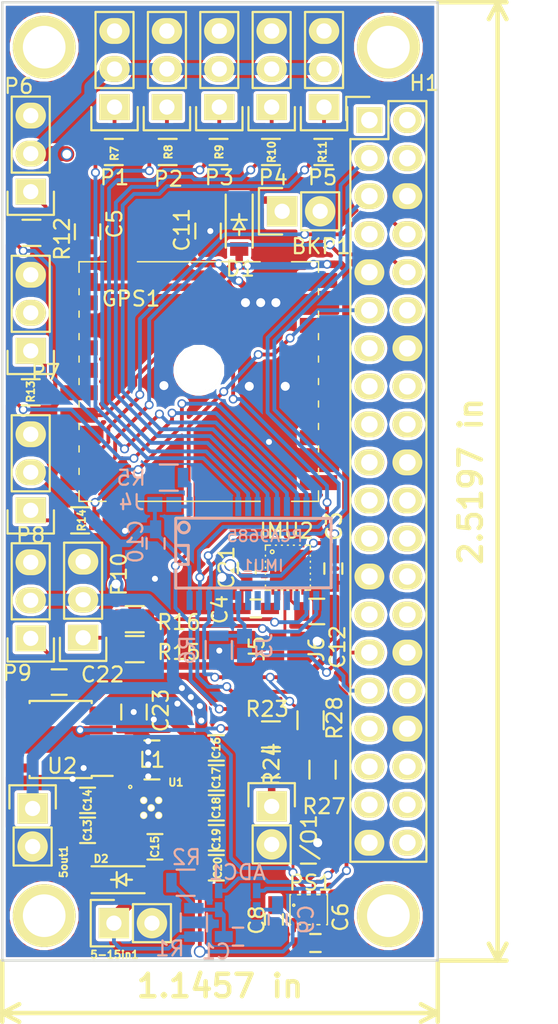
<source format=kicad_pcb>
(kicad_pcb (version 4) (host pcbnew 4.0.2-stable)
  (layers (0 F.Cu signal) (31 B.Cu signal) (34 B.Paste user) (35 F.Paste user) (36 B.SilkS user) (37 F.SilkS user) (38 B.Mask user) (39 F.Mask user) (44 Edge.Cuts user))
  (net 0 "")
  (net 1 "Net-(IMU1-Pad1)")
  (net 2 /PWM0)
  (net 3 /PWM1)
  (net 4 /PWM2)
  (net 5 /PWM3)
  (net 6 /PWM4)
  (net 7 /PWM5)
  (net 8 /PWM6)
  (net 9 "Net-(IMU1-Pad23)")
  (net 10 /PWM7)
  (net 11 /PWM9)
  (net 12 /PWM8)
  (net 13 "Net-(ADC1-Pad3)")
  (net 14 /RPI+3,3V)
  (net 15 /+5-SERVO)
  (net 16 /GND-SERVO)
  (net 17 /RPI-SDA)
  (net 18 /RPI-SCL)
  (net 19 /RPI-GPIO6)
  (net 20 /RPI-TX)
  (net 21 /RPI-RX)
  (net 22 /RPI-GPIO17)
  (net 23 /RPI-GPIO22)
  (net 24 /RPI-GPIO5)
  (net 25 "Net-(IMU1-Pad6)")
  (net 26 "Net-(IMU1-Pad7)")
  (net 27 "Net-(IMU1-Pad8)")
  (net 28 "Net-(IMU1-Pad9)")
  (net 29 "Net-(IMU1-Pad10)")
  (net 30 "Net-(IMU1-Pad11)")
  (net 31 "Net-(IMU1-Pad12)")
  (net 32 "Net-(IMU1-Pad17)")
  (net 33 "Net-(IMU1-Pad18)")
  (net 34 "Net-(IMU1-Pad19)")
  (net 35 "Net-(IMU1-Pad20)")
  (net 36 "Net-(IMU1-Pad21)")
  (net 37 "Net-(IMU1-Pad22)")
  (net 38 "Net-(IMU1-Pad13)")
  (net 39 "Net-(IMU1-Pad16)")
  (net 40 "Net-(IMU1-Pad15)")
  (net 41 /EXT+)
  (net 42 "Net-(BKP1-Pad1)")
  (net 43 "Net-(C12-Pad1)")
  (net 44 "Net-(IMU2-Pad9)")
  (net 45 "Net-(C4-Pad2)")
  (net 46 "Net-(C8-Pad2)")
  (net 47 "Net-(C13-Pad1)")
  (net 48 "Net-(C15-Pad1)")
  (net 49 "Net-(C21-Pad2)")
  (net 50 "Net-(L1-Pad2)")
  (net 51 "Net-(L1-Pad1)")
  (net 52 "Net-(C21-Pad1)")
  (module TSSOP28:SOT23A (layer B.Cu) (at 223 139.6 270)
    (fp_text reference ADC1 (at -2.5 1.3 360) (layer B.SilkS) (effects (justify mirror)))
    (fp_text value MCP3021)
    (pad 1 smd rect (at 0 0 270) (size 1 0.5) (layers B.Cu B.Paste B.Mask) (net 15 /+5-SERVO) (clearance 0.02))
    (pad 2 smd rect (at 0 1.27 270) (size 1 0.5) (layers B.Cu B.Paste B.Mask) (net 16 /GND-SERVO) (clearance 0.02))
    (pad 3 smd rect (at 0 2.54 270) (size 1 0.5) (layers B.Cu B.Paste B.Mask) (net 13 "Net-(ADC1-Pad3)") (clearance 0.02))
    (pad 4 smd rect (at -1.27 2.54 270) (size 1 0.5) (layers B.Cu B.Paste B.Mask) (net 17 /RPI-SDA) (clearance 0.02))
    (pad 5 smd rect (at -1.27 0 270) (size 1 0.5) (layers B.Cu B.Paste B.Mask) (net 18 /RPI-SCL) (clearance 0.02))
  )
  (module Pin_Headers:Pin_Header_Straight_1x02 (layer F.Cu) (at 224.7 92.96 90)
    (fp_text reference BKP1 (at -2.34 2.6 180) (layer F.SilkS))
    (fp_text value CONN_01X02)
    (pad 1 thru_hole rect (at 0 0 90) (size 2.032 2.032) (drill 1.016) (layers *.Cu *.Mask F.SilkS) (net 42 "Net-(BKP1-Pad1)"))
    (pad 2 thru_hole oval (at 0 2.54 90) (size 2.032 2.032) (drill 1.016) (layers *.Cu *.Mask F.SilkS) (net 16 /GND-SERVO))
  )
  (module Capacitors_SMD:C_0603_HandSoldering (layer B.Cu) (at 221.75 141.4 180)
    (fp_text reference C1 (at 1.45 -1 360) (layer B.SilkS) (effects (justify mirror)))
    (fp_text value 100n)
    (pad 1 smd rect (at -0.95 0 180) (size 1.2 0.75) (layers B.Cu B.Paste B.Mask) (net 16 /GND-SERVO))
    (pad 2 smd rect (at 0.95 0 180) (size 1.2 0.75) (layers B.Cu B.Paste B.Mask) (net 13 "Net-(ADC1-Pad3)"))
  )
  (module Capacitors_SMD:C_0603_HandSoldering (layer F.Cu) (at 228.12 116.82 270)
    (fp_text reference C3 (at -2.825 -0.05 270) (layer F.SilkS))
    (fp_text value 100n)
    (pad 1 smd rect (at -0.95 0 270) (size 1.2 0.75) (layers F.Cu F.Paste F.Mask) (net 52 "Net-(C21-Pad1)"))
    (pad 2 smd rect (at 0.95 0 270) (size 1.2 0.75) (layers F.Cu F.Paste F.Mask) (net 14 /RPI+3,3V))
  )
  (module Capacitors_SMD:C_0603_HandSoldering (layer F.Cu) (at 222.94 119.485)
    (fp_text reference C4 (at -2.4 0.075 90) (layer F.SilkS))
    (fp_text value 100n)
    (pad 1 smd rect (at -0.95 0) (size 1.2 0.75) (layers F.Cu F.Paste F.Mask) (net 52 "Net-(C21-Pad1)"))
    (pad 2 smd rect (at 0.95 0) (size 1.2 0.75) (layers F.Cu F.Paste F.Mask) (net 45 "Net-(C4-Pad2)"))
  )
  (module Capacitors_SMD:C_0603_HandSoldering (layer F.Cu) (at 226.925 141.825 180)
    (fp_text reference C6 (at -1.675 1.725 270) (layer F.SilkS))
    (fp_text value 100n)
    (pad 1 smd rect (at -0.95 0 180) (size 1.2 0.75) (layers F.Cu F.Paste F.Mask) (net 16 /GND-SERVO))
    (pad 2 smd rect (at 0.95 0 180) (size 1.2 0.75) (layers F.Cu F.Paste F.Mask) (net 14 /RPI+3,3V))
  )
  (module Capacitors_SMD:C_0603_HandSoldering (layer F.Cu) (at 224.15 140.25 90)
    (fp_text reference C8 (at -0.05 -1.15 90) (layer F.SilkS))
    (fp_text value 100n)
    (pad 1 smd rect (at -0.95 0 90) (size 1.2 0.75) (layers F.Cu F.Paste F.Mask) (net 16 /GND-SERVO))
    (pad 2 smd rect (at 0.95 0 90) (size 1.2 0.75) (layers F.Cu F.Paste F.Mask) (net 46 "Net-(C8-Pad2)"))
  )
  (module Capacitors_SMD:C_0603_HandSoldering (layer B.Cu) (at 224.4 140.25 90)
    (fp_text reference C9 (at 0 1.9 90) (layer B.SilkS) (effects (justify mirror)))
    (fp_text value 100n)
    (pad 1 smd rect (at -0.95 0 90) (size 1.2 0.75) (layers B.Cu B.Paste B.Mask) (net 16 /GND-SERVO))
    (pad 2 smd rect (at 0.95 0 90) (size 1.2 0.75) (layers B.Cu B.Paste B.Mask) (net 15 /+5-SERVO))
  )
  (module Capacitors_SMD:C_0603_HandSoldering (layer B.Cu) (at 216.245 115.146466 90)
    (fp_text reference C10 (at 0.13 -1.34 90) (layer B.SilkS) (effects (justify mirror)))
    (fp_text value 100n)
    (pad 1 smd rect (at -0.95 0 90) (size 1.2 0.75) (layers B.Cu B.Paste B.Mask) (net 16 /GND-SERVO))
    (pad 2 smd rect (at 0.95 0 90) (size 1.2 0.75) (layers B.Cu B.Paste B.Mask) (net 15 /+5-SERVO))
  )
  (module Capacitors_SMD:C_0805 (layer F.Cu) (at 219.75 94.28 270)
    (fp_text reference C11 (at -0.08 1.75 270) (layer F.SilkS))
    (fp_text value C)
    (pad 1 smd rect (at -1 0 270) (size 1 1.25) (layers F.Cu F.Paste F.Mask) (net 42 "Net-(BKP1-Pad1)"))
    (pad 2 smd rect (at 1 0 270) (size 1 1.25) (layers F.Cu F.Paste F.Mask) (net 16 /GND-SERVO))
  )
  (module Capacitors_SMD:C_0805 (layer F.Cu) (at 227.015 119.685)
    (fp_text reference C12 (at 1.385 2.375 90) (layer F.SilkS))
    (fp_text value 100n)
    (pad 1 smd rect (at -1 0) (size 1 1.25) (layers F.Cu F.Paste F.Mask) (net 43 "Net-(C12-Pad1)"))
    (pad 2 smd rect (at 1 0) (size 1 1.25) (layers F.Cu F.Paste F.Mask) (net 16 /GND-SERVO))
  )
  (module Capacitors_SMD:C_0805 (layer F.Cu) (at 211.7 134.3 180)
    (fp_text reference C13 (at 0 0 270) (layer F.SilkS) (effects (font (size 0.5 0.5) (thickness 0.125))))
    (fp_text value 10u)
    (pad 1 smd rect (at -1 0 180) (size 1 1.25) (layers F.Cu F.Paste F.Mask) (net 47 "Net-(C13-Pad1)"))
    (pad 2 smd rect (at 1 0 180) (size 1 1.25) (layers F.Cu F.Paste F.Mask) (net 16 /GND-SERVO))
  )
  (module Capacitors_SMD:C_0805 (layer F.Cu) (at 211.7 132.3 180)
    (fp_text reference C14 (at 0 0 270) (layer F.SilkS) (effects (font (size 0.5 0.5) (thickness 0.125))))
    (fp_text value 10u)
    (pad 1 smd rect (at -1 0 180) (size 1 1.25) (layers F.Cu F.Paste F.Mask) (net 47 "Net-(C13-Pad1)"))
    (pad 2 smd rect (at 1 0 180) (size 1 1.25) (layers F.Cu F.Paste F.Mask) (net 16 /GND-SERVO))
  )
  (module Capacitors_SMD:C_0805 (layer F.Cu) (at 216.2 135.4 180)
    (fp_text reference C15 (at 0 0 270) (layer F.SilkS) (effects (font (size 0.5 0.5) (thickness 0.125))))
    (fp_text value 10u)
    (pad 1 smd rect (at -1 0 180) (size 1 1.25) (layers F.Cu F.Paste F.Mask) (net 48 "Net-(C15-Pad1)"))
    (pad 2 smd rect (at 1 0 180) (size 1 1.25) (layers F.Cu F.Paste F.Mask) (net 16 /GND-SERVO))
  )
  (module Capacitors_SMD:C_0805 (layer F.Cu) (at 220.3 128.8)
    (fp_text reference C16 (at 0 0 90) (layer F.SilkS) (effects (font (size 0.5 0.5) (thickness 0.125))))
    (fp_text value 10u)
    (pad 1 smd rect (at -1 0) (size 1 1.25) (layers F.Cu F.Paste F.Mask) (net 15 /+5-SERVO))
    (pad 2 smd rect (at 1 0) (size 1 1.25) (layers F.Cu F.Paste F.Mask) (net 16 /GND-SERVO))
  )
  (module Capacitors_SMD:C_0805 (layer F.Cu) (at 220.3 130.8)
    (fp_text reference C17 (at 0 0 90) (layer F.SilkS) (effects (font (size 0.5 0.5) (thickness 0.125))))
    (fp_text value 10u)
    (pad 1 smd rect (at -1 0) (size 1 1.25) (layers F.Cu F.Paste F.Mask) (net 15 /+5-SERVO))
    (pad 2 smd rect (at 1 0) (size 1 1.25) (layers F.Cu F.Paste F.Mask) (net 16 /GND-SERVO))
  )
  (module Capacitors_SMD:C_0805 (layer F.Cu) (at 220.3 132.8)
    (fp_text reference C18 (at 0 0 90) (layer F.SilkS) (effects (font (size 0.5 0.5) (thickness 0.125))))
    (fp_text value 10u)
    (pad 1 smd rect (at -1 0) (size 1 1.25) (layers F.Cu F.Paste F.Mask) (net 15 /+5-SERVO))
    (pad 2 smd rect (at 1 0) (size 1 1.25) (layers F.Cu F.Paste F.Mask) (net 16 /GND-SERVO))
  )
  (module Capacitors_SMD:C_0805 (layer F.Cu) (at 220.3 134.8)
    (fp_text reference C19 (at 0 0.1 90) (layer F.SilkS) (effects (font (size 0.5 0.5) (thickness 0.125))))
    (fp_text value 10u)
    (pad 1 smd rect (at -1 0) (size 1 1.25) (layers F.Cu F.Paste F.Mask) (net 15 /+5-SERVO))
    (pad 2 smd rect (at 1 0) (size 1 1.25) (layers F.Cu F.Paste F.Mask) (net 16 /GND-SERVO))
  )
  (module Capacitors_SMD:C_0805 (layer F.Cu) (at 220.3 136.8)
    (fp_text reference C20 (at 0.1 0 90) (layer F.SilkS) (effects (font (size 0.5 0.5) (thickness 0.125))))
    (fp_text value 10u)
    (pad 1 smd rect (at -1 0) (size 1 1.25) (layers F.Cu F.Paste F.Mask) (net 15 /+5-SERVO))
    (pad 2 smd rect (at 1 0) (size 1 1.25) (layers F.Cu F.Paste F.Mask) (net 16 /GND-SERVO))
  )
  (module Capacitors_SMD:C_0603_HandSoldering (layer F.Cu) (at 222.34 116.785 90)
    (fp_text reference C21 (at 0.025 -1.35 90) (layer F.SilkS))
    (fp_text value 100n)
    (pad 1 smd rect (at -0.95 0 90) (size 1.2 0.75) (layers F.Cu F.Paste F.Mask) (net 52 "Net-(C21-Pad1)"))
    (pad 2 smd rect (at 0.95 0 90) (size 1.2 0.75) (layers F.Cu F.Paste F.Mask) (net 49 "Net-(C21-Pad2)"))
  )
  (module Capacitors_SMD:C_0805 (layer F.Cu) (at 209.8 124.4)
    (fp_text reference C22 (at 2.9 -0.5 180) (layer F.SilkS))
    (fp_text value 10u)
    (pad 1 smd rect (at -1 0) (size 1 1.25) (layers F.Cu F.Paste F.Mask) (net 14 /RPI+3,3V))
    (pad 2 smd rect (at 1 0) (size 1 1.25) (layers F.Cu F.Paste F.Mask) (net 16 /GND-SERVO))
  )
  (module Capacitors_SMD:C_0805 (layer F.Cu) (at 214.8 126.4 270)
    (fp_text reference C23 (at -0.1 -1.8 270) (layer F.SilkS))
    (fp_text value 10u)
    (pad 1 smd rect (at -1 0 270) (size 1 1.25) (layers F.Cu F.Paste F.Mask) (net 15 /+5-SERVO))
    (pad 2 smd rect (at 1 0 270) (size 1 1.25) (layers F.Cu F.Paste F.Mask) (net 16 /GND-SERVO))
  )
  (module Diodes_SMD:SOD-123 (layer F.Cu) (at 221.83 93.845 270)
    (fp_text reference D1 (at 2.955 -0.07 360) (layer F.SilkS))
    (fp_text value D)
    (pad 1 smd rect (at -1.635 0 270) (size 0.91 1.22) (layers F.Cu F.Paste F.Mask) (net 42 "Net-(BKP1-Pad1)"))
    (pad 2 smd rect (at 1.635 0 270) (size 0.91 1.22) (layers F.Cu F.Paste F.Mask) (net 14 /RPI+3,3V))
  )
  (module Diodes_SMD:SOD-123 (layer F.Cu) (at 213.965 137.6)
    (fp_text reference D2 (at -1.365 -1.4) (layer F.SilkS) (effects (font (size 0.5 0.5) (thickness 0.125))))
    (fp_text value D)
    (pad 1 smd rect (at -1.635 0) (size 0.91 1.22) (layers F.Cu F.Paste F.Mask) (net 47 "Net-(C13-Pad1)"))
    (pad 2 smd rect (at 1.635 0) (size 0.91 1.22) (layers F.Cu F.Paste F.Mask) (net 41 /EXT+))
  )
  (module TSSOP28:GUS-custimezed (layer F.Cu) (at 211.13 97.58)
    (fp_text reference GPS1 (at 3.47 1.22) (layer F.SilkS))
    (fp_text value "gus-u1616(GPS)")
    (pad 1 smd rect (at 0 0) (size 2.5 1) (layers F.Cu F.Paste F.Mask) (net 14 /RPI+3,3V))
    (pad 2 smd rect (at 0 1.5) (size 2.5 1) (layers F.Cu F.Paste F.Mask))
    (pad 3 smd rect (at 0 3) (size 2.5 1) (layers F.Cu F.Paste F.Mask) (net 16 /GND-SERVO))
    (pad 4 smd rect (at 0 4.5) (size 2.5 1) (layers F.Cu F.Paste F.Mask))
    (pad 5 smd rect (at 0 6) (size 2.5 1) (layers F.Cu F.Paste F.Mask))
    (pad 6 smd rect (at 0 7.5) (size 2.5 1) (layers F.Cu F.Paste F.Mask))
    (pad 7 smd rect (at 0 9) (size 2.5 1) (layers F.Cu F.Paste F.Mask) (net 19 /RPI-GPIO6))
    (pad 8 smd rect (at 0 10.5) (size 2.5 1) (layers F.Cu F.Paste F.Mask) (net 16 /GND-SERVO))
    (pad 9 smd rect (at 0 12) (size 2.5 1) (layers F.Cu F.Paste F.Mask) (net 20 /RPI-TX))
    (pad 10 smd rect (at 0 13.5) (size 2.5 1) (layers F.Cu F.Paste F.Mask) (net 21 /RPI-RX))
    (pad 11 smd rect (at 16 13.5) (size 2.5 1) (layers F.Cu F.Paste F.Mask))
    (pad 12 smd rect (at 16 12) (size 2.5 1) (layers F.Cu F.Paste F.Mask) (net 16 /GND-SERVO))
    (pad 13 smd rect (at 16 10.5) (size 2.5 1) (layers F.Cu F.Paste F.Mask))
    (pad 14 smd rect (at 16 9) (size 2.5 1) (layers F.Cu F.Paste F.Mask))
    (pad 15 smd rect (at 16 7.5) (size 2.5 1) (layers F.Cu F.Paste F.Mask))
    (pad 16 smd rect (at 16 6) (size 2.5 1) (layers F.Cu F.Paste F.Mask))
    (pad 17 smd rect (at 16 4.5) (size 2.5 1) (layers F.Cu F.Paste F.Mask))
    (pad 18 smd rect (at 16 3) (size 2.5 1) (layers F.Cu F.Paste F.Mask))
    (pad 19 smd rect (at 16 1.5) (size 2.5 1) (layers F.Cu F.Paste F.Mask) (net 16 /GND-SERVO))
    (pad 20 smd rect (at 16 0) (size 2.5 1) (layers F.Cu F.Paste F.Mask) (net 42 "Net-(BKP1-Pad1)"))
    (pad "" smd rect (at 2.85 -1.25) (size 2 2.5) (layers F.Cu F.Paste F.Mask) (net 16 /GND-SERVO))
    (pad "" smd rect (at 2.85 14.75) (size 2 2.5) (layers F.Cu F.Paste F.Mask) (net 16 /GND-SERVO))
    (pad "" smd rect (at 13.15 -1.25) (size 2 2.5) (layers F.Cu F.Paste F.Mask) (net 16 /GND-SERVO))
    (pad "" smd rect (at 13.15 14.75) (size 2 2.5) (layers F.Cu F.Paste F.Mask) (net 16 /GND-SERVO))
    (pad "" np_thru_hole circle (at 8 6) (size 3 3) (drill 3) (layers *.Cu *.Mask F.SilkS))
  )
  (module Pin_Headers:Pin_Header_Straight_1x02 (layer F.Cu) (at 224 132.7)
    (fp_text reference I/O1 (at 2.5 2.3 90) (layer F.SilkS))
    (fp_text value CONN_01X02)
    (pad 1 thru_hole rect (at 0 0) (size 2.032 2.032) (drill 1.016) (layers *.Cu *.Mask F.SilkS) (net 22 /RPI-GPIO17))
    (pad 2 thru_hole oval (at 0 2.54) (size 2.032 2.032) (drill 1.016) (layers *.Cu *.Mask F.SilkS) (net 16 /GND-SERVO))
  )
  (module TSSOP28:TSSOIC28 (layer B.Cu) (at 222.76876 115.806866)
    (fp_text reference IMU1 (at 0.65024 0.83312) (layer B.SilkS) (effects (font (size 0.762 0.762) (thickness 0.127)) (justify mirror)))
    (fp_text value PCA9685 (at 0.77216 -1.15824) (layer B.SilkS) (effects (font (size 0.762 0.762) (thickness 0.127)) (justify mirror)))
    (pad 1 smd rect (at -4.25196 -3.12928) (size 0.4064 1.27) (layers B.Cu B.Paste B.Mask) (net 1 "Net-(IMU1-Pad1)") (clearance 0.02))
    (pad 2 smd rect (at -3.61696 -3.12928) (size 0.4064 1.27) (layers B.Cu B.Paste B.Mask) (net 16 /GND-SERVO) (clearance 0.02))
    (pad 3 smd rect (at -2.95656 -3.12928) (size 0.4064 1.27) (layers B.Cu B.Paste B.Mask) (net 16 /GND-SERVO) (clearance 0.02))
    (pad 4 smd rect (at -2.29616 -3.12928) (size 0.4064 1.27) (layers B.Cu B.Paste B.Mask) (net 16 /GND-SERVO) (clearance 0.02))
    (pad 5 smd rect (at -1.66116 -3.12928) (size 0.4064 1.27) (layers B.Cu B.Paste B.Mask) (net 16 /GND-SERVO) (clearance 0.02))
    (pad 6 smd rect (at -1.00076 -3.12928) (size 0.4064 1.27) (layers B.Cu B.Paste B.Mask) (net 25 "Net-(IMU1-Pad6)") (clearance 0.02))
    (pad 7 smd rect (at -0.34036 -3.12928) (size 0.4064 1.27) (layers B.Cu B.Paste B.Mask) (net 26 "Net-(IMU1-Pad7)") (clearance 0.02))
    (pad 8 smd rect (at 0.29464 -3.12928) (size 0.4064 1.27) (layers B.Cu B.Paste B.Mask) (net 27 "Net-(IMU1-Pad8)") (clearance 0.02))
    (pad 9 smd rect (at 0.95504 -3.12928) (size 0.4064 1.27) (layers B.Cu B.Paste B.Mask) (net 28 "Net-(IMU1-Pad9)") (clearance 0.02))
    (pad 10 smd rect (at 1.59004 -3.12928) (size 0.4064 1.27) (layers B.Cu B.Paste B.Mask) (net 29 "Net-(IMU1-Pad10)") (clearance 0.02))
    (pad 11 smd rect (at 2.25044 -3.12928) (size 0.4064 1.27) (layers B.Cu B.Paste B.Mask) (net 30 "Net-(IMU1-Pad11)") (clearance 0.02))
    (pad 12 smd rect (at 2.91084 -3.12928) (size 0.4064 1.27) (layers B.Cu B.Paste B.Mask) (net 31 "Net-(IMU1-Pad12)") (clearance 0.02))
    (pad 17 smd rect (at 2.90576 3.1496) (size 0.4064 1.27) (layers B.Cu B.Paste B.Mask) (net 32 "Net-(IMU1-Pad17)") (clearance 0.02))
    (pad 18 smd rect (at 2.25044 3.1496) (size 0.4064 1.27) (layers B.Cu B.Paste B.Mask) (net 33 "Net-(IMU1-Pad18)") (clearance 0.02))
    (pad 19 smd rect (at 1.59004 3.1496) (size 0.4064 1.27) (layers B.Cu B.Paste B.Mask) (net 34 "Net-(IMU1-Pad19)") (clearance 0.02))
    (pad 20 smd rect (at 0.95504 3.1496) (size 0.4064 1.27) (layers B.Cu B.Paste B.Mask) (net 35 "Net-(IMU1-Pad20)") (clearance 0.02))
    (pad 21 smd rect (at 0.29464 3.1496) (size 0.4064 1.27) (layers B.Cu B.Paste B.Mask) (net 36 "Net-(IMU1-Pad21)") (clearance 0.02))
    (pad 22 smd rect (at -0.34036 3.1496) (size 0.4064 1.27) (layers B.Cu B.Paste B.Mask) (net 37 "Net-(IMU1-Pad22)") (clearance 0.02))
    (pad 23 smd rect (at -1.00076 3.1496) (size 0.4064 1.27) (layers B.Cu B.Paste B.Mask) (net 9 "Net-(IMU1-Pad23)") (clearance 0.02))
    (pad 24 smd rect (at -1.66116 3.1496) (size 0.4064 1.27) (layers B.Cu B.Paste B.Mask) (net 16 /GND-SERVO) (clearance 0.02))
    (pad 25 smd rect (at -2.29616 3.1496) (size 0.4064 1.27) (layers B.Cu B.Paste B.Mask) (net 16 /GND-SERVO) (clearance 0.02))
    (pad 26 smd rect (at -2.95656 3.1496) (size 0.4064 1.27) (layers B.Cu B.Paste B.Mask) (net 18 /RPI-SCL) (clearance 0.02))
    (pad 27 smd rect (at -3.61696 3.1496) (size 0.4064 1.27) (layers B.Cu B.Paste B.Mask) (net 17 /RPI-SDA) (clearance 0.02))
    (pad 28 smd rect (at -4.25196 3.1496) (size 0.4064 1.27) (layers B.Cu B.Paste B.Mask) (net 15 /+5-SERVO) (clearance 0.02))
    (pad 13 smd rect (at 3.556 -3.12928) (size 0.4064 1.27) (layers B.Cu B.Paste B.Mask) (net 38 "Net-(IMU1-Pad13)") (clearance 0.02))
    (pad 14 smd rect (at 4.20624 -3.12928) (size 0.4064 1.27) (layers B.Cu B.Paste B.Mask) (net 16 /GND-SERVO) (clearance 0.02))
    (pad 16 smd rect (at 3.556 3.1496) (size 0.4064 1.27) (layers B.Cu B.Paste B.Mask) (net 39 "Net-(IMU1-Pad16)") (clearance 0.02))
    (pad 15 smd rect (at 4.20624 3.1496) (size 0.4064 1.27) (layers B.Cu B.Paste B.Mask) (net 40 "Net-(IMU1-Pad15)") (clearance 0.02))
  )
  (module TSSOP28:3X3X1QFN (layer F.Cu) (at 223.585 115.26)
    (fp_text reference IMU2 (at 1.415 -0.96) (layer F.SilkS))
    (fp_text value MPU-9250_IMU)
    (pad 19 smd rect (at 2.5 -0.08) (size 0.2 0.45) (layers F.Cu F.Paste F.Mask) (clearance 0.02))
    (pad 20 smd rect (at 2.1 -0.08) (size 0.2 0.45) (layers F.Cu F.Paste F.Mask) (net 16 /GND-SERVO) (clearance 0.02))
    (pad 21 smd rect (at 1.7 -0.08) (size 0.2 0.45) (layers F.Cu F.Paste F.Mask) (clearance 0.02))
    (pad 22 smd rect (at 1.3 -0.08) (size 0.2 0.45) (layers F.Cu F.Paste F.Mask) (clearance 0.02))
    (pad 23 smd rect (at 0.9 -0.08) (size 0.2 0.45) (layers F.Cu F.Paste F.Mask) (net 18 /RPI-SCL) (clearance 0.02))
    (pad 24 smd rect (at 0.5 -0.08) (size 0.2 0.45) (layers F.Cu F.Paste F.Mask) (net 17 /RPI-SDA) (clearance 0.02))
    (pad 13 smd rect (at 3.08 2.5) (size 0.45 0.2) (layers F.Cu F.Paste F.Mask) (net 14 /RPI+3,3V) (clearance 0.02))
    (pad 14 smd rect (at 3.08 2.1) (size 0.45 0.2) (layers F.Cu F.Paste F.Mask) (clearance 0.02))
    (pad 15 smd rect (at 3.08 1.7) (size 0.45 0.2) (layers F.Cu F.Paste F.Mask) (clearance 0.02))
    (pad 16 smd rect (at 3.08 1.3) (size 0.45 0.2) (layers F.Cu F.Paste F.Mask) (clearance 0.02))
    (pad 17 smd rect (at 3.08 0.9) (size 0.45 0.2) (layers F.Cu F.Paste F.Mask) (clearance 0.02))
    (pad 18 smd rect (at 3.08 0.5) (size 0.45 0.2) (layers F.Cu F.Paste F.Mask) (net 16 /GND-SERVO) (clearance 0.02))
    (pad 1 smd rect (at -0.08 0.5) (size 0.45 0.2) (layers F.Cu F.Paste F.Mask) (net 49 "Net-(C21-Pad2)") (clearance 0.02))
    (pad 2 smd rect (at -0.08 0.9) (size 0.45 0.2) (layers F.Cu F.Paste F.Mask) (clearance 0.02))
    (pad 3 smd rect (at -0.08 1.3) (size 0.45 0.2) (layers F.Cu F.Paste F.Mask) (clearance 0.02))
    (pad 4 smd rect (at -0.08 1.7) (size 0.45 0.2) (layers F.Cu F.Paste F.Mask) (clearance 0.02))
    (pad 5 smd rect (at -0.08 2.1) (size 0.45 0.2) (layers F.Cu F.Paste F.Mask) (clearance 0.02))
    (pad 6 smd rect (at -0.08 2.5) (size 0.45 0.2) (layers F.Cu F.Paste F.Mask) (clearance 0.02))
    (pad 7 smd rect (at 0.5 3.08) (size 0.2 0.45) (layers F.Cu F.Paste F.Mask) (clearance 0.02))
    (pad 8 smd rect (at 0.9 3.08) (size 0.2 0.45) (layers F.Cu F.Paste F.Mask) (net 45 "Net-(C4-Pad2)") (clearance 0.02))
    (pad 9 smd rect (at 1.3 3.08) (size 0.2 0.45) (layers F.Cu F.Paste F.Mask) (net 44 "Net-(IMU2-Pad9)") (clearance 0.02))
    (pad 10 smd rect (at 1.7 3.08) (size 0.2 0.45) (layers F.Cu F.Paste F.Mask) (net 43 "Net-(C12-Pad1)") (clearance 0.02))
    (pad 11 smd rect (at 2.1 3.08) (size 0.2 0.45) (layers F.Cu F.Paste F.Mask) (clearance 0.02))
    (pad 12 smd rect (at 2.5 3.08) (size 0.2 0.45) (layers F.Cu F.Paste F.Mask) (clearance 0.02))
  )
  (module TSSOP28:FIXED_JUMPER (layer B.Cu) (at 222.185 121.981466 270)
    (fp_text reference J3 (at 0 -1.3335 270) (layer B.SilkS) (effects (justify mirror)))
    (fp_text value FJ)
    (pad 1 smd rect (at 0.635 0 270) (size 1 1) (layers B.Cu B.Paste B.Mask) (net 24 /RPI-GPIO5))
    (pad 2 smd rect (at -0.635 0 270) (size 1 1) (layers B.Cu B.Paste B.Mask) (net 9 "Net-(IMU1-Pad23)"))
  )
  (module TSSOP28:FIXED_JUMPER (layer B.Cu) (at 216.83 112.536466 180)
    (fp_text reference J4 (at 2.185 0.14 180) (layer B.SilkS) (effects (justify mirror)))
    (fp_text value FJ)
    (pad 1 smd rect (at 0.635 0 180) (size 1 1) (layers B.Cu B.Paste B.Mask) (net 15 /+5-SERVO))
    (pad 2 smd rect (at -0.635 0 180) (size 1 1) (layers B.Cu B.Paste B.Mask) (net 1 "Net-(IMU1-Pad1)"))
  )
  (module TSSOP28:FIXED_JUMPER (layer F.Cu) (at 224.34 122.17 270)
    (fp_text reference J5 (at 0 1.3335 270) (layer F.SilkS))
    (fp_text value FJ)
    (pad 1 smd rect (at 0.635 0 270) (size 1 1) (layers F.Cu F.Paste F.Mask) (net 14 /RPI+3,3V))
    (pad 2 smd rect (at -0.635 0 270) (size 1 1) (layers F.Cu F.Paste F.Mask) (net 44 "Net-(IMU2-Pad9)"))
  )
  (module TSSOP28:FIXED_JUMPER (layer F.Cu) (at 225.74 122.175 270)
    (fp_text reference J6 (at 0.025 -1.26 270) (layer F.SilkS))
    (fp_text value FJ)
    (pad 1 smd rect (at 0.635 0 270) (size 1 1) (layers F.Cu F.Paste F.Mask) (net 16 /GND-SERVO))
    (pad 2 smd rect (at -0.635 0 270) (size 1 1) (layers F.Cu F.Paste F.Mask) (net 44 "Net-(IMU2-Pad9)"))
  )
  (module Inductors_NEOSID:Neosid_Inductor_SM-NE30_SMD1210 (layer F.Cu) (at 215.9998 129.6)
    (fp_text reference L1 (at 0.0002 0) (layer F.SilkS))
    (fp_text value 1uH)
    (pad 2 smd rect (at 1.6002 0) (size 1.00076 1.89992) (layers F.Cu F.Paste F.Mask) (net 50 "Net-(L1-Pad2)"))
    (pad 1 smd rect (at -1.6002 0) (size 1.00076 1.89992) (layers F.Cu F.Paste F.Mask) (net 51 "Net-(L1-Pad1)"))
  )
  (module Pin_Headers:Pin_Header_Straight_1x03 (layer F.Cu) (at 213.5 86 180)
    (fp_text reference P1 (at 0 -4.7 360) (layer F.SilkS))
    (fp_text value CONN_01X03)
    (pad 1 thru_hole rect (at 0 0 180) (size 2.032 1.7272) (drill 1.016) (layers *.Cu *.Mask F.SilkS) (net 2 /PWM0))
    (pad 2 thru_hole oval (at 0 2.54 180) (size 2.032 1.7272) (drill 1.016) (layers *.Cu *.Mask F.SilkS) (net 15 /+5-SERVO))
    (pad 3 thru_hole oval (at 0 5.08 180) (size 2.032 1.7272) (drill 1.016) (layers *.Cu *.Mask F.SilkS) (net 16 /GND-SERVO))
  )
  (module Pin_Headers:Pin_Header_Straight_1x03 (layer F.Cu) (at 217 86 180)
    (fp_text reference P2 (at -0.1 -4.8 360) (layer F.SilkS))
    (fp_text value CONN_01X03)
    (pad 1 thru_hole rect (at 0 0 180) (size 2.032 1.7272) (drill 1.016) (layers *.Cu *.Mask F.SilkS) (net 3 /PWM1))
    (pad 2 thru_hole oval (at 0 2.54 180) (size 2.032 1.7272) (drill 1.016) (layers *.Cu *.Mask F.SilkS) (net 15 /+5-SERVO))
    (pad 3 thru_hole oval (at 0 5.08 180) (size 2.032 1.7272) (drill 1.016) (layers *.Cu *.Mask F.SilkS) (net 16 /GND-SERVO))
  )
  (module Pin_Headers:Pin_Header_Straight_1x03 (layer F.Cu) (at 220.5 86 180)
    (fp_text reference P3 (at 0 -4.7 360) (layer F.SilkS))
    (fp_text value CONN_01X03)
    (pad 1 thru_hole rect (at 0 0 180) (size 2.032 1.7272) (drill 1.016) (layers *.Cu *.Mask F.SilkS) (net 4 /PWM2))
    (pad 2 thru_hole oval (at 0 2.54 180) (size 2.032 1.7272) (drill 1.016) (layers *.Cu *.Mask F.SilkS) (net 15 /+5-SERVO))
    (pad 3 thru_hole oval (at 0 5.08 180) (size 2.032 1.7272) (drill 1.016) (layers *.Cu *.Mask F.SilkS) (net 16 /GND-SERVO))
  )
  (module Pin_Headers:Pin_Header_Straight_1x03 (layer F.Cu) (at 224 86 180)
    (fp_text reference P4 (at -0.1 -4.7 360) (layer F.SilkS))
    (fp_text value CONN_01X03)
    (pad 1 thru_hole rect (at 0 0 180) (size 2.032 1.7272) (drill 1.016) (layers *.Cu *.Mask F.SilkS) (net 5 /PWM3))
    (pad 2 thru_hole oval (at 0 2.54 180) (size 2.032 1.7272) (drill 1.016) (layers *.Cu *.Mask F.SilkS) (net 15 /+5-SERVO))
    (pad 3 thru_hole oval (at 0 5.08 180) (size 2.032 1.7272) (drill 1.016) (layers *.Cu *.Mask F.SilkS) (net 16 /GND-SERVO))
  )
  (module Pin_Headers:Pin_Header_Straight_1x03 (layer F.Cu) (at 227.5 86 180)
    (fp_text reference P5 (at 0.1 -4.7 360) (layer F.SilkS))
    (fp_text value CONN_01X03)
    (pad 1 thru_hole rect (at 0 0 180) (size 2.032 1.7272) (drill 1.016) (layers *.Cu *.Mask F.SilkS) (net 6 /PWM4))
    (pad 2 thru_hole oval (at 0 2.54 180) (size 2.032 1.7272) (drill 1.016) (layers *.Cu *.Mask F.SilkS) (net 15 /+5-SERVO))
    (pad 3 thru_hole oval (at 0 5.08 180) (size 2.032 1.7272) (drill 1.016) (layers *.Cu *.Mask F.SilkS) (net 16 /GND-SERVO))
  )
  (module Pin_Headers:Pin_Header_Straight_1x03 (layer F.Cu) (at 207.9 91.65 180)
    (fp_text reference P6 (at 0.8 7.05 180) (layer F.SilkS))
    (fp_text value CONN_01X03)
    (pad 1 thru_hole rect (at 0 0 180) (size 2.032 1.7272) (drill 1.016) (layers *.Cu *.Mask F.SilkS) (net 7 /PWM5))
    (pad 2 thru_hole oval (at 0 2.54 180) (size 2.032 1.7272) (drill 1.016) (layers *.Cu *.Mask F.SilkS) (net 15 /+5-SERVO))
    (pad 3 thru_hole oval (at 0 5.08 180) (size 2.032 1.7272) (drill 1.016) (layers *.Cu *.Mask F.SilkS) (net 16 /GND-SERVO))
  )
  (module Pin_Headers:Pin_Header_Straight_1x03 (layer F.Cu) (at 207.9 102.28 180)
    (fp_text reference P7 (at -1 -1.42 180) (layer F.SilkS))
    (fp_text value CONN_01X03)
    (pad 1 thru_hole rect (at 0 0 180) (size 2.032 1.7272) (drill 1.016) (layers *.Cu *.Mask F.SilkS) (net 8 /PWM6))
    (pad 2 thru_hole oval (at 0 2.54 180) (size 2.032 1.7272) (drill 1.016) (layers *.Cu *.Mask F.SilkS) (net 15 /+5-SERVO))
    (pad 3 thru_hole oval (at 0 5.08 180) (size 2.032 1.7272) (drill 1.016) (layers *.Cu *.Mask F.SilkS) (net 16 /GND-SERVO))
  )
  (module Pin_Headers:Pin_Header_Straight_1x03 (layer F.Cu) (at 207.9 112.93 180)
    (fp_text reference P8 (at 0 -1.67 180) (layer F.SilkS))
    (fp_text value CONN_01X03)
    (pad 1 thru_hole rect (at 0 0 180) (size 2.032 1.7272) (drill 1.016) (layers *.Cu *.Mask F.SilkS) (net 10 /PWM7))
    (pad 2 thru_hole oval (at 0 2.54 180) (size 2.032 1.7272) (drill 1.016) (layers *.Cu *.Mask F.SilkS) (net 15 /+5-SERVO))
    (pad 3 thru_hole oval (at 0 5.08 180) (size 2.032 1.7272) (drill 1.016) (layers *.Cu *.Mask F.SilkS) (net 16 /GND-SERVO))
  )
  (module Pin_Headers:Pin_Header_Straight_1x03 (layer F.Cu) (at 207.9 121.48 180)
    (fp_text reference P9 (at 0.9 -2.32 180) (layer F.SilkS))
    (fp_text value CONN_01X03)
    (pad 1 thru_hole rect (at 0 0 180) (size 2.032 1.7272) (drill 1.016) (layers *.Cu *.Mask F.SilkS) (net 12 /PWM8))
    (pad 2 thru_hole oval (at 0 2.54 180) (size 2.032 1.7272) (drill 1.016) (layers *.Cu *.Mask F.SilkS) (net 15 /+5-SERVO))
    (pad 3 thru_hole oval (at 0 5.08 180) (size 2.032 1.7272) (drill 1.016) (layers *.Cu *.Mask F.SilkS) (net 16 /GND-SERVO))
  )
  (module Pin_Headers:Pin_Header_Straight_1x03 (layer F.Cu) (at 211.4 121.44 180)
    (fp_text reference P10 (at -2.4 4.24 270) (layer F.SilkS))
    (fp_text value CONN_01X03)
    (pad 1 thru_hole rect (at 0 0 180) (size 2.032 1.7272) (drill 1.016) (layers *.Cu *.Mask F.SilkS) (net 11 /PWM9))
    (pad 2 thru_hole oval (at 0 2.54 180) (size 2.032 1.7272) (drill 1.016) (layers *.Cu *.Mask F.SilkS) (net 15 /+5-SERVO))
    (pad 3 thru_hole oval (at 0 5.08 180) (size 2.032 1.7272) (drill 1.016) (layers *.Cu *.Mask F.SilkS) (net 16 /GND-SERVO))
  )
  (module TSSOP28:BMP280 (layer F.Cu) (at 226.475 139.6 90)
    (fp_text reference PS1 (at 1.8 0.125 180) (layer F.SilkS))
    (fp_text value BMP280)
    (pad 4 smd rect (at 0.9 0.975 90) (size 0.7 0.35) (layers F.Cu F.Paste F.Mask) (net 18 /RPI-SCL) (clearance 0.02))
    (pad 1 smd rect (at 0.9 -0.975 90) (size 0.7 0.35) (layers F.Cu F.Paste F.Mask) (net 16 /GND-SERVO) (clearance 0.02))
    (pad 3 smd rect (at 0.9 0.325 90) (size 0.7 0.35) (layers F.Cu F.Paste F.Mask) (net 17 /RPI-SDA) (clearance 0.02))
    (pad 2 smd rect (at 0.9 -0.325 90) (size 0.7 0.35) (layers F.Cu F.Paste F.Mask) (net 14 /RPI+3,3V) (clearance 0.02))
    (pad 8 smd rect (at -0.9 -0.975 90) (size 0.7 0.35) (layers F.Cu F.Paste F.Mask) (net 46 "Net-(C8-Pad2)") (clearance 0.02))
    (pad 7 smd rect (at -0.9 -0.325 90) (size 0.7 0.35) (layers F.Cu F.Paste F.Mask) (net 16 /GND-SERVO) (clearance 0.02))
    (pad 6 smd rect (at -0.9 0.325 90) (size 0.7 0.35) (layers F.Cu F.Paste F.Mask) (net 14 /RPI+3,3V) (clearance 0.02))
    (pad 5 smd rect (at -0.9 0.975 90) (size 0.7 0.35) (layers F.Cu F.Paste F.Mask) (net 16 /GND-SERVO) (clearance 0.02))
  )
  (module Resistors_SMD:R_0805 (layer B.Cu) (at 218.8 140.45 90)
    (fp_text reference R1 (at -1.75 -1.6 360) (layer B.SilkS) (effects (justify mirror)))
    (fp_text value R)
    (pad 1 smd rect (at -0.95 0 90) (size 0.7 1.3) (layers B.Cu B.Paste B.Mask) (net 41 /EXT+))
    (pad 2 smd rect (at 0.95 0 90) (size 0.7 1.3) (layers B.Cu B.Paste B.Mask) (net 13 "Net-(ADC1-Pad3)"))
  )
  (module Resistors_SMD:R_0805 (layer B.Cu) (at 218.25 137.8)
    (fp_text reference R2 (at 0.05 -1.7) (layer B.SilkS) (effects (justify mirror)))
    (fp_text value R)
    (pad 1 smd rect (at -0.95 0) (size 0.7 1.3) (layers B.Cu B.Paste B.Mask) (net 13 "Net-(ADC1-Pad3)"))
    (pad 2 smd rect (at 0.95 0) (size 0.7 1.3) (layers B.Cu B.Paste B.Mask) (net 16 /GND-SERVO))
  )
  (module Resistors_SMD:R_0805 (layer B.Cu) (at 217.125 110.746466 180)
    (fp_text reference R5 (at 2.51 -0.02 180) (layer B.SilkS) (effects (justify mirror)))
    (fp_text value R)
    (pad 1 smd rect (at -0.95 0 180) (size 0.7 1.3) (layers B.Cu B.Paste B.Mask) (net 1 "Net-(IMU1-Pad1)"))
    (pad 2 smd rect (at 0.95 0 180) (size 0.7 1.3) (layers B.Cu B.Paste B.Mask) (net 16 /GND-SERVO))
  )
  (module Resistors_SMD:R_0805 (layer B.Cu) (at 220.465 122.256466 270)
    (fp_text reference R6 (at 0 2.1 270) (layer B.SilkS) (effects (justify mirror)))
    (fp_text value R)
    (pad 1 smd rect (at -0.95 0 270) (size 0.7 1.3) (layers B.Cu B.Paste B.Mask) (net 9 "Net-(IMU1-Pad23)"))
    (pad 2 smd rect (at 0.95 0 270) (size 0.7 1.3) (layers B.Cu B.Paste B.Mask) (net 16 /GND-SERVO))
  )
  (module Resistors_SMD:R_0805 (layer F.Cu) (at 213.45 89 180)
    (fp_text reference R7 (at -0.05 -0.1 270) (layer F.SilkS) (effects (font (size 0.5 0.5) (thickness 0.125))))
    (fp_text value 220R)
    (pad 1 smd rect (at -0.95 0 180) (size 0.7 1.3) (layers F.Cu F.Paste F.Mask) (net 2 /PWM0))
    (pad 2 smd rect (at 0.95 0 180) (size 0.7 1.3) (layers F.Cu F.Paste F.Mask) (net 25 "Net-(IMU1-Pad6)"))
  )
  (module Resistors_SMD:R_0805 (layer F.Cu) (at 217.05 89 180)
    (fp_text reference R8 (at -0.05 0 270) (layer F.SilkS) (effects (font (size 0.5 0.5) (thickness 0.125))))
    (fp_text value 220R)
    (pad 1 smd rect (at -0.95 0 180) (size 0.7 1.3) (layers F.Cu F.Paste F.Mask) (net 3 /PWM1))
    (pad 2 smd rect (at 0.95 0 180) (size 0.7 1.3) (layers F.Cu F.Paste F.Mask) (net 26 "Net-(IMU1-Pad7)"))
  )
  (module Resistors_SMD:R_0805 (layer F.Cu) (at 220.45 89 180)
    (fp_text reference R9 (at -0.05 0 270) (layer F.SilkS) (effects (font (size 0.5 0.5) (thickness 0.125))))
    (fp_text value 220R)
    (pad 1 smd rect (at -0.95 0 180) (size 0.7 1.3) (layers F.Cu F.Paste F.Mask) (net 4 /PWM2))
    (pad 2 smd rect (at 0.95 0 180) (size 0.7 1.3) (layers F.Cu F.Paste F.Mask) (net 27 "Net-(IMU1-Pad8)"))
  )
  (module Resistors_SMD:R_0805 (layer F.Cu) (at 223.95 89 180)
    (fp_text reference R10 (at -0.05 0 270) (layer F.SilkS) (effects (font (size 0.5 0.5) (thickness 0.125))))
    (fp_text value 220R)
    (pad 1 smd rect (at -0.95 0 180) (size 0.7 1.3) (layers F.Cu F.Paste F.Mask) (net 5 /PWM3))
    (pad 2 smd rect (at 0.95 0 180) (size 0.7 1.3) (layers F.Cu F.Paste F.Mask) (net 28 "Net-(IMU1-Pad9)"))
  )
  (module Resistors_SMD:R_0805 (layer F.Cu) (at 227.45 89 180)
    (fp_text reference R11 (at 0.05 0 270) (layer F.SilkS) (effects (font (size 0.5 0.5) (thickness 0.125))))
    (fp_text value 220R)
    (pad 1 smd rect (at -0.95 0 180) (size 0.7 1.3) (layers F.Cu F.Paste F.Mask) (net 6 /PWM4))
    (pad 2 smd rect (at 0.95 0 180) (size 0.7 1.3) (layers F.Cu F.Paste F.Mask) (net 29 "Net-(IMU1-Pad10)"))
  )
  (module Resistors_SMD:R_0805 (layer F.Cu) (at 207.95 94.4 180)
    (fp_text reference R12 (at -2.05 -0.4 270) (layer F.SilkS))
    (fp_text value 220R)
    (pad 1 smd rect (at -0.95 0 180) (size 0.7 1.3) (layers F.Cu F.Paste F.Mask) (net 7 /PWM5))
    (pad 2 smd rect (at 0.95 0 180) (size 0.7 1.3) (layers F.Cu F.Paste F.Mask) (net 30 "Net-(IMU1-Pad11)"))
  )
  (module Resistors_SMD:R_0805 (layer F.Cu) (at 207.9 105.05 180)
    (fp_text reference R13 (at 0 0.05 270) (layer F.SilkS) (effects (font (size 0.5 0.5) (thickness 0.125))))
    (fp_text value 220R)
    (pad 1 smd rect (at -0.95 0 180) (size 0.7 1.3) (layers F.Cu F.Paste F.Mask) (net 8 /PWM6))
    (pad 2 smd rect (at 0.95 0 180) (size 0.7 1.3) (layers F.Cu F.Paste F.Mask) (net 31 "Net-(IMU1-Pad12)"))
  )
  (module Resistors_SMD:R_0805 (layer F.Cu) (at 211.2 113.6)
    (fp_text reference R14 (at 0.1 0 90) (layer F.SilkS) (effects (font (size 0.5 0.5) (thickness 0.125))))
    (fp_text value 220R)
    (pad 1 smd rect (at -0.95 0) (size 0.7 1.3) (layers F.Cu F.Paste F.Mask) (net 10 /PWM7))
    (pad 2 smd rect (at 0.95 0) (size 0.7 1.3) (layers F.Cu F.Paste F.Mask) (net 38 "Net-(IMU1-Pad13)"))
  )
  (module Resistors_SMD:R_0805 (layer F.Cu) (at 214.85 122.2)
    (fp_text reference R15 (at 2.95 0.2) (layer F.SilkS))
    (fp_text value 220R)
    (pad 1 smd rect (at -0.95 0) (size 0.7 1.3) (layers F.Cu F.Paste F.Mask) (net 12 /PWM8))
    (pad 2 smd rect (at 0.95 0) (size 0.7 1.3) (layers F.Cu F.Paste F.Mask) (net 40 "Net-(IMU1-Pad15)"))
  )
  (module Resistors_SMD:R_0805 (layer F.Cu) (at 214.85 120.2)
    (fp_text reference R16 (at 2.95 0.2) (layer F.SilkS))
    (fp_text value 220R)
    (pad 1 smd rect (at -0.95 0) (size 0.7 1.3) (layers F.Cu F.Paste F.Mask) (net 11 /PWM9))
    (pad 2 smd rect (at 0.95 0) (size 0.7 1.3) (layers F.Cu F.Paste F.Mask) (net 39 "Net-(IMU1-Pad16)"))
  )
  (module Resistors_SMD:R_0805 (layer F.Cu) (at 223.95 127.9)
    (fp_text reference R23 (at -0.25 -1.7) (layer F.SilkS))
    (fp_text value R)
    (pad 1 smd rect (at -0.95 0) (size 0.7 1.3) (layers F.Cu F.Paste F.Mask) (net 14 /RPI+3,3V))
    (pad 2 smd rect (at 0.95 0) (size 0.7 1.3) (layers F.Cu F.Paste F.Mask) (net 22 /RPI-GPIO17))
  )
  (module Resistors_SMD:R_0805 (layer F.Cu) (at 223.95 129.9 180)
    (fp_text reference R24 (at -0.05 0 450) (layer F.SilkS))
    (fp_text value R)
    (pad 1 smd rect (at -0.95 0 180) (size 0.7 1.3) (layers F.Cu F.Paste F.Mask) (net 22 /RPI-GPIO17))
    (pad 2 smd rect (at 0.95 0 180) (size 0.7 1.3) (layers F.Cu F.Paste F.Mask) (net 16 /GND-SERVO))
  )
  (module Resistors_SMD:R_0805 (layer F.Cu) (at 227.4 130.25 90)
    (fp_text reference R27 (at -2.45 0.1 180) (layer F.SilkS))
    (fp_text value 220R)
    (pad 1 smd rect (at -0.95 0 90) (size 0.7 1.3) (layers F.Cu F.Paste F.Mask) (net 14 /RPI+3,3V))
    (pad 2 smd rect (at 0.95 0 90) (size 0.7 1.3) (layers F.Cu F.Paste F.Mask) (net 17 /RPI-SDA))
  )
  (module Resistors_SMD:R_0805 (layer F.Cu) (at 226.6 126.95 90)
    (fp_text reference R28 (at 0.15 1.6 90) (layer F.SilkS))
    (fp_text value 220R)
    (pad 1 smd rect (at -0.95 0 90) (size 0.7 1.3) (layers F.Cu F.Paste F.Mask) (net 14 /RPI+3,3V))
    (pad 2 smd rect (at 0.95 0 90) (size 0.7 1.3) (layers F.Cu F.Paste F.Mask) (net 18 /RPI-SCL))
  )
  (module TSSOP28:TPS6306 (layer F.Cu) (at 215.95 132.8 90)
    (fp_text reference U1 (at 1.7 1.65 180) (layer F.SilkS) (effects (font (size 0.5 0.5) (thickness 0.125))))
    (fp_text value TPS663061)
    (pad 0 smd rect (at 0 0 90) (size 2.15 1.7) (layers F.Cu F.Paste F.Mask) (net 16 /GND-SERVO) (clearance 0.02))
    (pad 3 smd rect (at 0 -1.45 90) (size 0.23 0.85) (layers F.Cu F.Paste F.Mask) (net 47 "Net-(C13-Pad1)") (clearance 0.02))
    (pad 2 smd rect (at 0.5 -1.45 90) (size 0.23 0.85) (layers F.Cu F.Paste F.Mask) (net 47 "Net-(C13-Pad1)") (clearance 0.02))
    (pad 1 smd rect (at 1 -1.45 90) (size 0.23 0.85) (layers F.Cu F.Paste F.Mask) (net 51 "Net-(L1-Pad1)") (clearance 0.02))
    (pad 4 smd rect (at -0.5 -1.45 90) (size 0.23 0.85) (layers F.Cu F.Paste F.Mask) (net 16 /GND-SERVO) (clearance 0.02))
    (pad 5 smd rect (at -1 -1.45 90) (size 0.23 0.85) (layers F.Cu F.Paste F.Mask) (clearance 0.02))
    (pad 8 smd rect (at 0 1.45 90) (size 0.23 0.85) (layers F.Cu F.Paste F.Mask) (net 15 /+5-SERVO) (clearance 0.02))
    (pad 9 smd rect (at 0.5 1.45 90) (size 0.23 0.85) (layers F.Cu F.Paste F.Mask) (net 15 /+5-SERVO) (clearance 0.02))
    (pad 10 smd rect (at 1 1.45 90) (size 0.23 0.85) (layers F.Cu F.Paste F.Mask) (net 50 "Net-(L1-Pad2)") (clearance 0.02))
    (pad 7 smd rect (at -0.5 1.45 90) (size 0.23 0.85) (layers F.Cu F.Paste F.Mask) (net 16 /GND-SERVO) (clearance 0.02))
    (pad 6 smd rect (at -1 1.45 90) (size 0.23 0.85) (layers F.Cu F.Paste F.Mask) (net 48 "Net-(C15-Pad1)") (clearance 0.02))
    (pad 0 smd rect (at 1.285 0.6 90) (size 0.42 0.2) (layers F.Cu F.Paste F.Mask) (net 16 /GND-SERVO) (clearance 0.02))
    (pad 0 smd rect (at 1.285 -0.6 90) (size 0.42 0.2) (layers F.Cu F.Paste F.Mask) (net 16 /GND-SERVO) (clearance 0.02))
    (pad 0 smd rect (at 1.285 -0.2 90) (size 0.42 0.2) (layers F.Cu F.Paste F.Mask) (net 16 /GND-SERVO) (clearance 0.02))
    (pad 0 smd rect (at 1.285 0.2 90) (size 0.42 0.2) (layers F.Cu F.Paste F.Mask) (net 16 /GND-SERVO) (clearance 0.02))
    (pad 0 smd rect (at -1.285 -0.6 90) (size 0.42 0.2) (layers F.Cu F.Paste F.Mask) (net 16 /GND-SERVO) (clearance 0.02))
    (pad 0 smd rect (at -1.285 -0.2 90) (size 0.42 0.2) (layers F.Cu F.Paste F.Mask) (net 16 /GND-SERVO) (clearance 0.02))
    (pad 0 smd rect (at -1.285 0.2 90) (size 0.42 0.2) (layers F.Cu F.Paste F.Mask) (net 16 /GND-SERVO) (clearance 0.02))
    (pad 0 smd rect (at -1.285 0.6 90) (size 0.42 0.2) (layers F.Cu F.Paste F.Mask) (net 16 /GND-SERVO) (clearance 0.02))
    (pad 0 thru_hole circle (at 0 0 90) (size 0.5 0.5) (drill 0.4) (layers *.Cu *.Mask F.SilkS) (net 16 /GND-SERVO) (clearance 0.02))
    (pad 0 thru_hole circle (at 0.5 -0.5 90) (size 0.5 0.5) (drill 0.4) (layers *.Cu *.Mask F.SilkS) (net 16 /GND-SERVO) (clearance 0.02))
    (pad 0 thru_hole circle (at -0.5 -0.5 90) (size 0.5 0.5) (drill 0.4) (layers *.Cu *.Mask F.SilkS) (net 16 /GND-SERVO) (clearance 0.02))
    (pad 0 thru_hole circle (at -0.5 0.5 90) (size 0.5 0.5) (drill 0.4) (layers *.Cu *.Mask F.SilkS) (net 16 /GND-SERVO) (clearance 0.02))
    (pad 0 thru_hole circle (at 0.5 0.5 90) (size 0.5 0.5) (drill 0.4) (layers *.Cu *.Mask F.SilkS) (net 16 /GND-SERVO) (clearance 0.02))
  )
  (module Housings_SOIC:SOIC-8_3.9x4.9mm_Pitch1.27mm (layer F.Cu) (at 209.9 128.235 180)
    (fp_text reference U2 (at -0.1 -1.765 180) (layer F.SilkS))
    (fp_text value LD1117)
    (pad 1 smd rect (at -2.7 -1.905 180) (size 1.55 0.6) (layers F.Cu F.Paste F.Mask) (net 16 /GND-SERVO))
    (pad 2 smd rect (at -2.7 -0.635 180) (size 1.55 0.6) (layers F.Cu F.Paste F.Mask) (net 14 /RPI+3,3V))
    (pad 3 smd rect (at -2.7 0.635 180) (size 1.55 0.6) (layers F.Cu F.Paste F.Mask) (net 14 /RPI+3,3V))
    (pad 4 smd rect (at -2.7 1.905 180) (size 1.55 0.6) (layers F.Cu F.Paste F.Mask) (net 15 /+5-SERVO))
    (pad 5 smd rect (at 2.7 1.905 180) (size 1.55 0.6) (layers F.Cu F.Paste F.Mask))
    (pad 6 smd rect (at 2.7 0.635 180) (size 1.55 0.6) (layers F.Cu F.Paste F.Mask) (net 14 /RPI+3,3V))
    (pad 7 smd rect (at 2.7 -0.635 180) (size 1.55 0.6) (layers F.Cu F.Paste F.Mask) (net 14 /RPI+3,3V))
    (pad 8 smd rect (at 2.7 -1.905 180) (size 1.55 0.6) (layers F.Cu F.Paste F.Mask))
  )
  (module TSSOP28:RPIZERO-HEAD (layer F.Cu) (at 230.53 86.87)
    (fp_text reference H1 (at 3.67 -2.47) (layer F.SilkS))
    (fp_text value RPI2_GPIO_Head)
    (pad 1 thru_hole rect (at 0 0) (size 1.7272 1.7272) (drill 1.1) (layers *.Cu *.Mask F.SilkS))
    (pad 2 thru_hole oval (at 2.54 0) (size 1.9 1.7272) (drill 1.1) (layers *.Cu *.Mask F.SilkS))
    (pad 3 thru_hole oval (at 0 2.54) (size 2 1.7272) (drill 1.1) (layers *.Cu *.Mask F.SilkS) (net 17 /RPI-SDA))
    (pad 4 thru_hole oval (at 2.54 2.54) (size 2 1.7272) (drill 1.1) (layers *.Cu *.Mask F.SilkS))
    (pad 5 thru_hole oval (at 0 5.08) (size 2 1.7272) (drill 1.1) (layers *.Cu *.Mask F.SilkS) (net 18 /RPI-SCL))
    (pad 6 thru_hole oval (at 2.54 5.08) (size 2 1.7272) (drill 1.1) (layers *.Cu *.Mask F.SilkS) (net 16 /GND-SERVO))
    (pad 7 thru_hole oval (at 0 7.62) (size 2 1.7272) (drill 1.1) (layers *.Cu *.Mask F.SilkS))
    (pad 8 thru_hole oval (at 2.54 7.62) (size 2 1.7272) (drill 1.1) (layers *.Cu *.Mask F.SilkS) (net 20 /RPI-TX))
    (pad 9 thru_hole oval (at 0 10.16) (size 2 1.7272) (drill 1.1) (layers *.Cu *.Mask F.SilkS) (net 16 /GND-SERVO))
    (pad 10 thru_hole oval (at 2.54 10.16) (size 2 1.7272) (drill 1.1) (layers *.Cu *.Mask F.SilkS) (net 21 /RPI-RX))
    (pad 11 thru_hole oval (at 0 12.7) (size 2 1.7272) (drill 1.1) (layers *.Cu *.Mask F.SilkS) (net 22 /RPI-GPIO17))
    (pad 12 thru_hole oval (at 2.54 12.7) (size 2 1.7272) (drill 1.1) (layers *.Cu *.Mask F.SilkS))
    (pad 13 thru_hole oval (at 0 15.24) (size 2 1.7272) (drill 1.1) (layers *.Cu *.Mask F.SilkS))
    (pad 14 thru_hole oval (at 2.54 15.24) (size 2 1.7272) (drill 1.1) (layers *.Cu *.Mask F.SilkS) (net 16 /GND-SERVO))
    (pad 15 thru_hole oval (at 0 17.78) (size 2 1.7272) (drill 1.1) (layers *.Cu *.Mask F.SilkS) (net 23 /RPI-GPIO22))
    (pad 16 thru_hole oval (at 2.54 17.78) (size 2 1.7272) (drill 1.1) (layers *.Cu *.Mask F.SilkS))
    (pad 17 thru_hole oval (at 0 20.32) (size 2 1.7272) (drill 1.1) (layers *.Cu *.Mask F.SilkS))
    (pad 18 thru_hole oval (at 2.54 20.32) (size 2 1.7272) (drill 1.1) (layers *.Cu *.Mask F.SilkS))
    (pad 19 thru_hole oval (at 0 22.86) (size 2 1.7272) (drill 1.1) (layers *.Cu *.Mask F.SilkS))
    (pad 20 thru_hole oval (at 2.54 22.86) (size 2 1.7272) (drill 1.1) (layers *.Cu *.Mask F.SilkS) (net 16 /GND-SERVO))
    (pad 21 thru_hole oval (at 0 25.4) (size 2 1.7272) (drill 1.1) (layers *.Cu *.Mask F.SilkS))
    (pad 22 thru_hole oval (at 2.54 25.4) (size 2 1.7272) (drill 1.1) (layers *.Cu *.Mask F.SilkS))
    (pad 23 thru_hole oval (at 0 27.94) (size 2 1.7272) (drill 1.1) (layers *.Cu *.Mask F.SilkS))
    (pad 24 thru_hole oval (at 2.54 27.94) (size 2 1.7272) (drill 1.1) (layers *.Cu *.Mask F.SilkS))
    (pad 25 thru_hole oval (at 0 30.48) (size 2 1.7272) (drill 1.1) (layers *.Cu *.Mask F.SilkS) (net 16 /GND-SERVO))
    (pad 26 thru_hole oval (at 2.54 30.48) (size 2 1.7272) (drill 1.1) (layers *.Cu *.Mask F.SilkS))
    (pad 27 thru_hole oval (at 0 33.02) (size 2 1.7272) (drill 1.1) (layers *.Cu *.Mask F.SilkS))
    (pad 28 thru_hole oval (at 2.54 33.02) (size 2 1.7272) (drill 1.1) (layers *.Cu *.Mask F.SilkS))
    (pad 29 thru_hole oval (at 0 35.56) (size 2 1.7272) (drill 1.1) (layers *.Cu *.Mask F.SilkS) (net 24 /RPI-GPIO5))
    (pad 30 thru_hole oval (at 2.54 35.56) (size 2 1.7272) (drill 1.1) (layers *.Cu *.Mask F.SilkS) (net 16 /GND-SERVO))
    (pad 31 thru_hole oval (at 0 38.1) (size 2 1.7272) (drill 1.1) (layers *.Cu *.Mask F.SilkS) (net 19 /RPI-GPIO6))
    (pad 32 thru_hole oval (at 2.54 38.1) (size 2 1.7272) (drill 1.1) (layers *.Cu *.Mask F.SilkS))
    (pad 33 thru_hole oval (at 0 40.64) (size 2 1.7272) (drill 1.1) (layers *.Cu *.Mask F.SilkS))
    (pad 34 thru_hole oval (at 2.54 40.64) (size 2 1.7272) (drill 1.1) (layers *.Cu *.Mask F.SilkS) (net 16 /GND-SERVO))
    (pad 35 thru_hole oval (at 0 43.18) (size 2 1.7272) (drill 1.1) (layers *.Cu *.Mask F.SilkS))
    (pad 36 thru_hole oval (at 2.54 43.18) (size 2 1.7272) (drill 1.1) (layers *.Cu *.Mask F.SilkS))
    (pad 37 thru_hole oval (at 0 45.72) (size 2 1.7272) (drill 1.1) (layers *.Cu *.Mask F.SilkS))
    (pad 38 thru_hole oval (at 2.54 45.72) (size 2 1.7272) (drill 1.1) (layers *.Cu *.Mask F.SilkS))
    (pad 39 thru_hole oval (at 0 48.26) (size 2 1.7272) (drill 1.1) (layers *.Cu *.Mask F.SilkS) (net 16 /GND-SERVO))
    (pad 40 thru_hole oval (at 2.54 48.26) (size 2 1.7272) (drill 1.1) (layers *.Cu *.Mask F.SilkS))
    (pad "" np_thru_hole circle (at 1.27 53.13) (size 4.2 4.2) (drill 2.85) (layers *.Cu *.Mask F.SilkS))
    (pad "" np_thru_hole circle (at 1.27 -4.87) (size 4.2 4.2) (drill 2.85) (layers *.Cu *.Mask F.SilkS))
    (pad "" np_thru_hole circle (at -21.73 -4.87) (size 4.2 4.2) (drill 2.85) (layers *.Cu *.Mask F.SilkS))
    (pad "" np_thru_hole circle (at -21.73 53.13) (size 4.2 4.2) (drill 2.85) (layers *.Cu *.Mask F.SilkS))
  )
  (module Pin_Headers:Pin_Header_Straight_1x02 (layer F.Cu) (at 213.46 140.5 90)
    (fp_text reference 5-15in1 (at -2.1 0.04 180) (layer F.SilkS) (effects (font (size 0.5 0.5) (thickness 0.125))))
    (fp_text value CONN_01X02)
    (pad 1 thru_hole rect (at 0 0 90) (size 2.032 2.032) (drill 1.016) (layers *.Cu *.Mask F.SilkS) (net 41 /EXT+))
    (pad 2 thru_hole oval (at 0 2.54 90) (size 2.032 2.032) (drill 1.016) (layers *.Cu *.Mask F.SilkS) (net 16 /GND-SERVO))
  )
  (module Pin_Headers:Pin_Header_Straight_1x02 (layer F.Cu) (at 208.026 132.842)
    (fp_text reference 5out1 (at 2.074 3.558 90) (layer F.SilkS) (effects (font (size 0.5 0.5) (thickness 0.125))))
    (fp_text value CONN_01X02)
    (pad 1 thru_hole rect (at 0 0) (size 2.032 2.032) (drill 1.016) (layers *.Cu *.Mask F.SilkS) (net 15 /+5-SERVO))
    (pad 2 thru_hole oval (at 0 2.54) (size 2.032 2.032) (drill 1.016) (layers *.Cu *.Mask F.SilkS) (net 16 /GND-SERVO))
  )
  (module Capacitors_SMD:C_0805 (layer F.Cu) (at 211.7 94.33 90)
    (fp_text reference C5 (at 0.53 1.8 90) (layer F.SilkS))
    (fp_text value C)
    (pad 1 smd rect (at -1 0 90) (size 1 1.25) (layers F.Cu F.Paste F.Mask) (net 14 /RPI+3,3V))
    (pad 2 smd rect (at 1 0 90) (size 1 1.25) (layers F.Cu F.Paste F.Mask) (net 16 /GND-SERVO))
  )
  (dimension 64 (width 0.3) (layer F.SilkS) (gr_text "64.000 mm" (at 240.45 111 90) (layer F.SilkS) (effects (font (size 1.5 1.5) (thickness 0.3)))) (feature1 (pts (xy 235.1 79) (xy 241.8 79))) (feature2 (pts (xy 235.1 143) (xy 241.8 143))) (crossbar (pts (xy 239.1 143) (xy 239.1 79))) (arrow1a (pts (xy 239.1 79) (xy 239.686421 80.126504))) (arrow1b (pts (xy 239.1 79) (xy 238.513579 80.126504))) (arrow2a (pts (xy 239.1 143) (xy 239.686421 141.873496))) (arrow2b (pts (xy 239.1 143) (xy 238.513579 141.873496))))
  (dimension 29.1 (width 0.3) (layer F.SilkS) (gr_text "29.100 mm" (at 220.55 147.849999) (layer F.SilkS) (effects (font (size 1.5 1.5) (thickness 0.3)))) (feature1 (pts (xy 235.1 143) (xy 235.1 149.199999))) (feature2 (pts (xy 206 143) (xy 206 149.199999))) (crossbar (pts (xy 206 146.499999) (xy 235.1 146.499999))) (arrow1a (pts (xy 235.1 146.499999) (xy 233.973496 147.08642))) (arrow1b (pts (xy 235.1 146.499999) (xy 233.973496 145.913578))) (arrow2a (pts (xy 206 146.499999) (xy 207.126504 147.08642))) (arrow2b (pts (xy 206 146.499999) (xy 207.126504 145.913578))))
  (gr_line (start 206 143) (end 206 79) (layer Edge.Cuts) (width 0.15))
  (gr_line (start 235.1 143) (end 206 143) (layer Edge.Cuts) (width 0.15))
  (gr_line (start 235.1 79) (end 235.1 143) (layer Edge.Cuts) (width 0.15))
  (gr_line (start 206 79) (end 235.1 79) (layer Edge.Cuts) (width 0.15))
  (segment (start 218.5168 112.677586) (end 217.60612 112.677586) (width 0.254) (layer B.Cu) (net 1))
  (segment (start 217.60612 112.677586) (end 217.465 112.536466) (width 0.254) (layer B.Cu) (net 1))
  (segment (start 218.5168 112.677586) (end 218.5168 111.188266) (width 0.254) (layer B.Cu) (net 1))
  (segment (start 218.5168 111.188266) (end 218.075 110.746466) (width 0.254) (layer B.Cu) (net 1))
  (segment (start 213.5 86) (end 213.5 88.704) (width 0.254) (layer F.Cu) (net 2))
  (segment (start 213.5 88.704) (end 213.796 89) (width 0.254) (layer F.Cu) (net 2))
  (segment (start 213.796 89) (end 214.4 89) (width 0.254) (layer F.Cu) (net 2))
  (segment (start 217 86) (end 217 88.604) (width 0.254) (layer F.Cu) (net 3))
  (segment (start 217 88.604) (end 217.396 89) (width 0.254) (layer F.Cu) (net 3))
  (segment (start 217.396 89) (end 218 89) (width 0.254) (layer F.Cu) (net 3))
  (segment (start 220.5 86) (end 220.5 88.704) (width 0.254) (layer F.Cu) (net 4))
  (segment (start 220.5 88.704) (end 220.796 89) (width 0.254) (layer F.Cu) (net 4))
  (segment (start 220.796 89) (end 221.4 89) (width 0.254) (layer F.Cu) (net 4))
  (segment (start 224 86) (end 224 88.704) (width 0.254) (layer F.Cu) (net 5))
  (segment (start 224 88.704) (end 224.296 89) (width 0.254) (layer F.Cu) (net 5))
  (segment (start 224.296 89) (end 224.9 89) (width 0.254) (layer F.Cu) (net 5))
  (segment (start 227.5 86) (end 227.5 88.704) (width 0.254) (layer F.Cu) (net 6))
  (segment (start 227.5 88.704) (end 227.796 89) (width 0.254) (layer F.Cu) (net 6))
  (segment (start 227.796 89) (end 228.4 89) (width 0.254) (layer F.Cu) (net 6))
  (segment (start 208.9 94.4) (end 208.9 92.65) (width 0.254) (layer F.Cu) (net 7))
  (segment (start 208.9 92.65) (end 207.9 91.65) (width 0.254) (layer F.Cu) (net 7))
  (segment (start 208.85 105.05) (end 208.85 103.23) (width 0.254) (layer F.Cu) (net 8))
  (segment (start 208.85 103.23) (end 207.9 102.28) (width 0.254) (layer F.Cu) (net 8))
  (segment (start 220.465 121.306466) (end 222.145 121.306466) (width 0.254) (layer B.Cu) (net 9))
  (segment (start 222.145 121.306466) (end 222.185 121.346466) (width 0.254) (layer B.Cu) (net 9))
  (segment (start 222.185 121.346466) (end 222.185 120.592466) (width 0.254) (layer B.Cu) (net 9))
  (segment (start 222.185 120.592466) (end 221.768 120.175466) (width 0.254) (layer B.Cu) (net 9))
  (segment (start 221.768 120.175466) (end 221.768 119.845466) (width 0.254) (layer B.Cu) (net 9))
  (segment (start 221.768 119.845466) (end 221.768 118.956466) (width 0.254) (layer B.Cu) (net 9))
  (segment (start 210.25 113.6) (end 208.57 113.6) (width 0.254) (layer F.Cu) (net 10))
  (segment (start 208.57 113.6) (end 207.9 112.93) (width 0.254) (layer F.Cu) (net 10))
  (segment (start 213.9 120.2) (end 213.9 120.5) (width 0.254) (layer F.Cu) (net 11))
  (segment (start 213.9 120.5) (end 212.96 121.44) (width 0.254) (layer F.Cu) (net 11))
  (segment (start 212.96 121.44) (end 212.67 121.44) (width 0.254) (layer F.Cu) (net 11))
  (segment (start 212.67 121.44) (end 211.4 121.44) (width 0.254) (layer F.Cu) (net 11))
  (segment (start 213.9 122.2) (end 213.296 122.2) (width 0.254) (layer F.Cu) (net 12))
  (segment (start 213.296 122.2) (end 212.865399 122.630601) (width 0.254) (layer F.Cu) (net 12))
  (segment (start 212.865399 122.630601) (end 209.203001 122.630601) (width 0.254) (layer F.Cu) (net 12))
  (segment (start 209.203001 122.630601) (end 208.0524 121.48) (width 0.254) (layer F.Cu) (net 12))
  (segment (start 208.0524 121.48) (end 207.9 121.48) (width 0.254) (layer F.Cu) (net 12))
  (segment (start 218.8 139.5) (end 218.8 139.3) (width 0.254) (layer B.Cu) (net 13))
  (segment (start 218.8 139.3) (end 217.3 137.8) (width 0.254) (layer B.Cu) (net 13))
  (segment (start 220.46 139.6) (end 218.9 139.6) (width 0.254) (layer B.Cu) (net 13))
  (segment (start 218.9 139.6) (end 218.8 139.5) (width 0.254) (layer B.Cu) (net 13))
  (segment (start 220.8 141.4) (end 220.8 139.94) (width 0.254) (layer B.Cu) (net 13))
  (segment (start 220.8 139.94) (end 220.46 139.6) (width 0.254) (layer B.Cu) (net 13))
  (segment (start 226.665 117.76) (end 228.11 117.76) (width 0.19) (layer F.Cu) (net 14))
  (segment (start 228.11 117.76) (end 228.12 117.77) (width 0.19) (layer F.Cu) (net 14))
  (segment (start 228.965001 96.854999) (end 228.965001 117.8) (width 0.5) (layer F.Cu) (net 14))
  (segment (start 228.749 117.77) (end 228.779 117.8) (width 0.254) (layer F.Cu) (net 14))
  (segment (start 228.965001 117.8) (end 228.965001 118.565001) (width 0.5) (layer F.Cu) (net 14))
  (segment (start 228.12 117.77) (end 228.749 117.77) (width 0.254) (layer F.Cu) (net 14))
  (segment (start 228.779 117.8) (end 228.965001 117.8) (width 0.254) (layer F.Cu) (net 14))
  (segment (start 227.4 131.2) (end 227.4 131.74) (width 0.19) (layer F.Cu) (net 14))
  (segment (start 226.2 132.9) (end 225.425 133.675) (width 0.19) (layer F.Cu) (net 14))
  (segment (start 225.425 133.675) (end 225.425 137.11898) (width 0.19) (layer F.Cu) (net 14))
  (segment (start 227.4 131.74) (end 226.24 132.9) (width 0.19) (layer F.Cu) (net 14))
  (segment (start 226.24 132.9) (end 226.2 132.9) (width 0.19) (layer F.Cu) (net 14))
  (segment (start 226.6 127.9) (end 226.6 128.44) (width 0.19) (layer F.Cu) (net 14))
  (segment (start 226.6 128.44) (end 226.454999 128.585001) (width 0.19) (layer F.Cu) (net 14))
  (segment (start 226.454999 128.585001) (end 226.454999 130.554999) (width 0.19) (layer F.Cu) (net 14))
  (segment (start 226.454999 130.554999) (end 227.1 131.2) (width 0.19) (layer F.Cu) (net 14))
  (segment (start 227.1 131.2) (end 227.4 131.2) (width 0.19) (layer F.Cu) (net 14))
  (segment (start 226.8 96.5) (end 227.7 96.5) (width 0.5) (layer B.Cu) (net 14))
  (segment (start 228.2 96.5) (end 228.610002 96.5) (width 0.5) (layer F.Cu) (net 14))
  (segment (start 226.8 96.5) (end 228.2 96.5) (width 0.5) (layer F.Cu) (net 14))
  (segment (start 228.2 96.5) (end 227.7 96.5) (width 0.5) (layer F.Cu) (net 14))
  (via (at 227.7 96.5) (size 0.6) (drill 0.4) (layers F.Cu B.Cu) (net 14))
  (segment (start 228.610002 96.5) (end 228.965001 96.854999) (width 0.5) (layer F.Cu) (net 14))
  (segment (start 224.775736 96.6) (end 226.7 96.6) (width 0.5) (layer B.Cu) (net 14))
  (segment (start 226.7 96.6) (end 226.8 96.5) (width 0.5) (layer B.Cu) (net 14))
  (via (at 226.8 96.5) (size 0.6) (drill 0.4) (layers F.Cu B.Cu) (net 14))
  (segment (start 220.6 127.5) (end 219.701137 127.5) (width 0.254) (layer B.Cu) (net 14))
  (segment (start 219.701137 127.5) (end 219.601137 127.6) (width 0.254) (layer B.Cu) (net 14))
  (segment (start 219.601137 127.6) (end 219.6 127.6) (width 0.254) (layer B.Cu) (net 14))
  (segment (start 221.996 127.5) (end 220.6 127.5) (width 0.254) (layer F.Cu) (net 14))
  (via (at 220.6 127.5) (size 0.6) (drill 0.4) (layers F.Cu B.Cu) (net 14))
  (segment (start 223 127.9) (end 222.396 127.9) (width 0.254) (layer F.Cu) (net 14))
  (segment (start 222.396 127.9) (end 221.996 127.5) (width 0.254) (layer F.Cu) (net 14))
  (segment (start 211.13 97.58) (end 211.13 95.9) (width 0.5) (layer F.Cu) (net 14))
  (segment (start 211.13 95.9) (end 211.7 95.33) (width 0.5) (layer F.Cu) (net 14))
  (segment (start 221.8 96.6) (end 221.375736 96.6) (width 0.5) (layer F.Cu) (net 14))
  (segment (start 221.375736 96.6) (end 219.945735 98.030001) (width 0.5) (layer F.Cu) (net 14))
  (segment (start 211.580001 98.030001) (end 211.13 97.58) (width 0.5) (layer F.Cu) (net 14))
  (segment (start 219.945735 98.030001) (end 211.580001 98.030001) (width 0.5) (layer F.Cu) (net 14))
  (segment (start 221.8 96.6) (end 222.4 96.6) (width 0.5) (layer F.Cu) (net 14))
  (segment (start 221.83 95.48) (end 221.83 96.57) (width 0.5) (layer F.Cu) (net 14))
  (segment (start 221.83 96.57) (end 221.8 96.6) (width 0.5) (layer F.Cu) (net 14))
  (segment (start 224.775736 96.6) (end 222.4 96.6) (width 0.5) (layer B.Cu) (net 14))
  (via (at 222.4 96.6) (size 0.6) (drill 0.4) (layers F.Cu B.Cu) (net 14))
  (via (at 221.8 96.6) (size 0.6) (drill 0.4) (layers F.Cu B.Cu) (net 14))
  (segment (start 224.34 122.805) (end 224.34 123.220002) (width 0.5) (layer F.Cu) (net 14))
  (segment (start 224.34 123.220002) (end 224.879999 123.760001) (width 0.5) (layer F.Cu) (net 14))
  (segment (start 224.879999 123.760001) (end 226.600001 123.760001) (width 0.5) (layer F.Cu) (net 14))
  (segment (start 226.600001 123.760001) (end 228.965001 121.395001) (width 0.5) (layer F.Cu) (net 14))
  (segment (start 228.965001 121.395001) (end 228.965001 118.565001) (width 0.5) (layer F.Cu) (net 14))
  (segment (start 228.21 117.81) (end 228.04 117.81) (width 0.5) (layer F.Cu) (net 14))
  (segment (start 208.8 124.4) (end 208.8 124.275) (width 0.5) (layer F.Cu) (net 14))
  (segment (start 222.820001 123.324999) (end 223.34 122.805) (width 0.5) (layer F.Cu) (net 14))
  (segment (start 208.8 124.275) (end 209.750001 123.324999) (width 0.5) (layer F.Cu) (net 14))
  (segment (start 209.750001 123.324999) (end 222.820001 123.324999) (width 0.5) (layer F.Cu) (net 14))
  (segment (start 223.34 122.805) (end 224.34 122.805) (width 0.5) (layer F.Cu) (net 14))
  (segment (start 226.715 117.81) (end 226.665 117.76) (width 0.19) (layer F.Cu) (net 14))
  (segment (start 219.6 127.6) (end 211.2 127.6) (width 0.254) (layer B.Cu) (net 14))
  (via (at 211.2 127.6) (size 0.6) (drill 0.4) (layers F.Cu B.Cu) (net 14))
  (segment (start 221.275 129.275) (end 219.6 127.6) (width 0.254) (layer B.Cu) (net 14))
  (segment (start 221.275 136.137962) (end 221.275 129.275) (width 0.254) (layer B.Cu) (net 14))
  (segment (start 221.956019 136.818981) (end 221.275 136.137962) (width 0.254) (layer B.Cu) (net 14))
  (segment (start 225.425 137.11898) (end 225.125001 136.818981) (width 0.254) (layer B.Cu) (net 14))
  (segment (start 225.125001 136.818981) (end 221.956019 136.818981) (width 0.254) (layer B.Cu) (net 14))
  (segment (start 225.425 137.371) (end 225.425 137.11898) (width 0.254) (layer F.Cu) (net 14))
  (segment (start 225.425 137.225) (end 225.425 137.11898) (width 0.254) (layer F.Cu) (net 14))
  (via (at 225.425 137.11898) (size 0.6) (drill 0.4) (layers F.Cu B.Cu) (net 14))
  (segment (start 226.15 138.7) (end 226.15 138.096) (width 0.254) (layer F.Cu) (net 14))
  (segment (start 226.15 138.096) (end 225.425 137.371) (width 0.254) (layer F.Cu) (net 14))
  (segment (start 226.8 140.5) (end 226.8 139.813602) (width 0.254) (layer F.Cu) (net 14))
  (segment (start 226.8 139.813602) (end 226.15 139.163602) (width 0.254) (layer F.Cu) (net 14))
  (segment (start 226.15 139.163602) (end 226.15 138.7) (width 0.254) (layer F.Cu) (net 14))
  (segment (start 225.975 141.825) (end 226.8 141) (width 0.254) (layer F.Cu) (net 14))
  (segment (start 226.8 141) (end 226.8 140.5) (width 0.254) (layer F.Cu) (net 14))
  (segment (start 208.8 127.6) (end 208.8 128) (width 0.5) (layer F.Cu) (net 14))
  (segment (start 208.8 128) (end 208.8 128.87) (width 0.5) (layer F.Cu) (net 14))
  (segment (start 208.8 124.4) (end 208.8 125.525) (width 0.5) (layer F.Cu) (net 14))
  (segment (start 208.8 125.525) (end 208.8 128) (width 0.5) (layer F.Cu) (net 14))
  (segment (start 208 127.6) (end 208.4 127.6) (width 0.5) (layer F.Cu) (net 14))
  (segment (start 207.2 127.6) (end 208 127.6) (width 0.5) (layer F.Cu) (net 14))
  (segment (start 207.2 128.87) (end 208 128.87) (width 0.5) (layer F.Cu) (net 14))
  (segment (start 208 128.87) (end 208.4 128.87) (width 0.5) (layer F.Cu) (net 14))
  (segment (start 208 127.6) (end 208 128.87) (width 0.5) (layer F.Cu) (net 14))
  (segment (start 211.6 127.6) (end 212.6 127.6) (width 0.5) (layer F.Cu) (net 14))
  (segment (start 211.2 127.6) (end 211.6 127.6) (width 0.5) (layer F.Cu) (net 14))
  (segment (start 211.4 128.87) (end 212.6 128.87) (width 0.5) (layer F.Cu) (net 14))
  (segment (start 211.2 128.87) (end 211.4 128.87) (width 0.5) (layer F.Cu) (net 14))
  (segment (start 211.6 127.6) (end 211.6 128.67) (width 0.5) (layer F.Cu) (net 14))
  (segment (start 211.6 128.67) (end 211.4 128.87) (width 0.5) (layer F.Cu) (net 14))
  (segment (start 210.8 127.6) (end 211.2 127.6) (width 0.5) (layer F.Cu) (net 14))
  (segment (start 210.8 128.87) (end 211.2 128.87) (width 0.5) (layer F.Cu) (net 14))
  (segment (start 211.2 127.6) (end 211.2 128.87) (width 0.5) (layer F.Cu) (net 14))
  (segment (start 210.4 127.6) (end 210.8 127.6) (width 0.5) (layer F.Cu) (net 14))
  (segment (start 210.2 128.87) (end 210.8 128.87) (width 0.5) (layer F.Cu) (net 14))
  (segment (start 210.8 127.6) (end 210.8 128.87) (width 0.5) (layer F.Cu) (net 14))
  (segment (start 210.4 128.67) (end 210.2 128.87) (width 0.5) (layer F.Cu) (net 14))
  (segment (start 210 127.6) (end 210.4 127.6) (width 0.5) (layer F.Cu) (net 14))
  (segment (start 210.4 127.6) (end 210.4 128.67) (width 0.5) (layer F.Cu) (net 14))
  (segment (start 210 127.6) (end 210 128.67) (width 0.5) (layer F.Cu) (net 14))
  (segment (start 209.6 127.6) (end 210 127.6) (width 0.5) (layer F.Cu) (net 14))
  (segment (start 209.8 128.87) (end 210.2 128.87) (width 0.5) (layer F.Cu) (net 14))
  (segment (start 210 128.67) (end 210.2 128.87) (width 0.5) (layer F.Cu) (net 14))
  (segment (start 209.2 127.6) (end 209.6 127.6) (width 0.5) (layer F.Cu) (net 14))
  (segment (start 209.2 128.87) (end 209.8 128.87) (width 0.5) (layer F.Cu) (net 14))
  (segment (start 209.6 127.6) (end 209.6 128.67) (width 0.5) (layer F.Cu) (net 14))
  (segment (start 209.6 128.67) (end 209.8 128.87) (width 0.5) (layer F.Cu) (net 14))
  (segment (start 208.8 127.6) (end 209.2 127.6) (width 0.5) (layer F.Cu) (net 14))
  (segment (start 208.8 128.87) (end 209.2 128.87) (width 0.5) (layer F.Cu) (net 14))
  (segment (start 209.2 127.6) (end 209.2 128.87) (width 0.5) (layer F.Cu) (net 14))
  (segment (start 208.4 127.6) (end 208.8 127.6) (width 0.5) (layer F.Cu) (net 14))
  (segment (start 208.4 128.87) (end 208.8 128.87) (width 0.5) (layer F.Cu) (net 14))
  (segment (start 208.4 127.6) (end 208.4 128.87) (width 0.5) (layer F.Cu) (net 14))
  (segment (start 213.6 115.132002) (end 213.6 117.856) (width 0.8) (layer B.Cu) (net 15))
  (segment (start 213.6 118.9) (end 213.6 117.856) (width 1) (layer B.Cu) (net 15))
  (via (at 213.6 117.856) (size 0.8) (drill 0.6) (layers F.Cu B.Cu) (net 15))
  (segment (start 207.9 89.11) (end 210.268 89.11) (width 1) (layer F.Cu) (net 15))
  (segment (start 210.268 89.11) (end 210.312 89.154) (width 1) (layer F.Cu) (net 15))
  (via (at 210.312 89.154) (size 0.8) (drill 0.6) (layers F.Cu B.Cu) (net 15))
  (segment (start 218 124.8) (end 212.667998 124.8) (width 0.8) (layer B.Cu) (net 15))
  (segment (start 208.026 131.026) (end 208.026 132.842) (width 0.8) (layer B.Cu) (net 15))
  (segment (start 212.667998 124.8) (end 208.026 129.441998) (width 0.8) (layer B.Cu) (net 15))
  (segment (start 208.026 129.441998) (end 208.026 131.026) (width 0.8) (layer B.Cu) (net 15))
  (segment (start 216.245 114.196466) (end 215.37 114.196466) (width 0.5) (layer B.Cu) (net 15))
  (segment (start 215.37 114.196466) (end 214.434464 115.132002) (width 0.5) (layer B.Cu) (net 15))
  (segment (start 214.434464 115.132002) (end 213.6 115.132002) (width 0.5) (layer B.Cu) (net 15))
  (segment (start 218 124.8) (end 217.4 124.2) (width 0.8) (layer B.Cu) (net 15))
  (segment (start 217.4 124.2) (end 217.4 120.6) (width 0.8) (layer B.Cu) (net 15))
  (segment (start 217.4 120.6) (end 215.7 118.9) (width 0.8) (layer B.Cu) (net 15))
  (segment (start 215.7 118.9) (end 213.6 118.9) (width 0.8) (layer B.Cu) (net 15))
  (segment (start 213.5 83.46) (end 213.080398 83.46) (width 0.8) (layer B.Cu) (net 15))
  (segment (start 213.080398 83.46) (end 211.883999 84.656399) (width 0.8) (layer B.Cu) (net 15))
  (segment (start 208.0524 89.11) (end 207.9 89.11) (width 0.8) (layer B.Cu) (net 15))
  (segment (start 211.883999 84.656399) (end 211.883999 85.278401) (width 0.8) (layer B.Cu) (net 15))
  (segment (start 211.883999 85.278401) (end 208.0524 89.11) (width 0.8) (layer B.Cu) (net 15))
  (segment (start 217 83.46) (end 213.5 83.46) (width 0.8) (layer B.Cu) (net 15))
  (segment (start 220.5 83.46) (end 217 83.46) (width 0.8) (layer B.Cu) (net 15))
  (segment (start 224 83.46) (end 220.5 83.46) (width 0.8) (layer B.Cu) (net 15))
  (segment (start 227.5 83.46) (end 224 83.46) (width 0.8) (layer B.Cu) (net 15))
  (segment (start 213.6 118.9) (end 211.4 118.9) (width 0.8) (layer B.Cu) (net 15))
  (segment (start 207.9 110.39) (end 208.857998 110.39) (width 0.8) (layer B.Cu) (net 15))
  (segment (start 208.857998 110.39) (end 213.6 115.132002) (width 0.8) (layer B.Cu) (net 15))
  (segment (start 211.4 118.9) (end 207.94 118.9) (width 0.8) (layer B.Cu) (net 15))
  (segment (start 207.94 118.9) (end 207.9 118.94) (width 0.8) (layer B.Cu) (net 15))
  (segment (start 218 124.8) (end 219.2 126) (width 0.8) (layer F.Cu) (net 15))
  (segment (start 219.2 126) (end 219.2 126.424264) (width 0.8) (layer B.Cu) (net 15))
  (segment (start 219.2 126.424264) (end 219.3 126.524264) (width 0.8) (layer B.Cu) (net 15))
  (segment (start 219.3 126.524264) (end 219.3 126.87299) (width 0.8) (layer B.Cu) (net 15))
  (segment (start 218 124.8) (end 218.6 125.4) (width 0.8) (layer B.Cu) (net 15))
  (segment (start 219.2 126) (end 218.6 125.4) (width 0.8) (layer B.Cu) (net 15))
  (via (at 218 124.8) (size 0.6) (drill 0.4) (layers F.Cu B.Cu) (net 15))
  (via (at 218.6 125.4) (size 0.6) (drill 0.4) (layers F.Cu B.Cu) (net 15))
  (segment (start 219.3 126.6) (end 219.3 126.1) (width 0.8) (layer F.Cu) (net 15))
  (segment (start 219.3 128.8) (end 219.3 126.6) (width 0.8) (layer F.Cu) (net 15))
  (segment (start 219.3 126.6) (end 219.3 126.97299) (width 0.8) (layer F.Cu) (net 15))
  (via (at 219.3 126.97299) (size 0.6) (drill 0.4) (layers F.Cu B.Cu) (net 15))
  (segment (start 219.3 126.1) (end 219.2 126) (width 0.8) (layer F.Cu) (net 15))
  (via (at 219.2 126) (size 0.6) (drill 0.4) (layers F.Cu B.Cu) (net 15))
  (segment (start 216.245 114.196466) (end 216.245 114.421466) (width 0.254) (layer B.Cu) (net 15))
  (segment (start 216.245 114.421466) (end 218.5168 116.693266) (width 0.254) (layer B.Cu) (net 15))
  (segment (start 218.5168 116.693266) (end 218.5168 118.067466) (width 0.254) (layer B.Cu) (net 15))
  (segment (start 218.5168 118.067466) (end 218.5168 118.956466) (width 0.254) (layer B.Cu) (net 15))
  (segment (start 216.195 112.536466) (end 216.195 114.146466) (width 0.254) (layer B.Cu) (net 15))
  (segment (start 216.195 114.146466) (end 216.245 114.196466) (width 0.254) (layer B.Cu) (net 15))
  (segment (start 219.2 142.4) (end 219.2 136.9) (width 0.254) (layer F.Cu) (net 15))
  (segment (start 219.2 136.9) (end 219.3 136.8) (width 0.254) (layer F.Cu) (net 15))
  (segment (start 224.763602 142.4) (end 219.2 142.4) (width 0.254) (layer B.Cu) (net 15))
  (via (at 219.2 142.4) (size 0.8) (drill 0.6) (layers F.Cu B.Cu) (net 15))
  (segment (start 225.4 140.525) (end 225.4 141.763602) (width 0.254) (layer B.Cu) (net 15))
  (segment (start 225.4 141.763602) (end 224.763602 142.4) (width 0.254) (layer B.Cu) (net 15))
  (segment (start 224.4 139.3) (end 224.4 139.525) (width 0.254) (layer B.Cu) (net 15))
  (segment (start 224.4 139.525) (end 225.4 140.525) (width 0.254) (layer B.Cu) (net 15))
  (segment (start 219.1 136.6) (end 219.3 136.8) (width 0.254) (layer F.Cu) (net 15))
  (segment (start 223 139.6) (end 224.1 139.6) (width 0.254) (layer B.Cu) (net 15))
  (segment (start 224.1 139.6) (end 224.4 139.3) (width 0.254) (layer B.Cu) (net 15))
  (segment (start 214.8 125.4) (end 213.53 125.4) (width 0.8) (layer F.Cu) (net 15))
  (segment (start 213.53 125.4) (end 212.6 126.33) (width 0.8) (layer F.Cu) (net 15))
  (segment (start 219.3 128.8) (end 215.9 125.4) (width 0.8) (layer F.Cu) (net 15))
  (segment (start 215.9 125.4) (end 214.8 125.4) (width 0.8) (layer F.Cu) (net 15))
  (segment (start 219.2 128.7) (end 219.3 128.8) (width 0.8) (layer F.Cu) (net 15))
  (segment (start 226.975 112.677586) (end 226.975 111.515) (width 0.254) (layer B.Cu) (net 16))
  (segment (start 226.975 111.515) (end 223.82 108.36) (width 0.254) (layer B.Cu) (net 16))
  (via (at 223.82 108.36) (size 0.6) (drill 0.4) (layers F.Cu B.Cu) (net 16))
  (segment (start 216.123597 126.896403) (end 215.276401 126.896403) (width 0.19) (layer F.Cu) (net 16))
  (segment (start 215.276401 126.896403) (end 214.78 126.400002) (width 0.19) (layer F.Cu) (net 16))
  (via (at 214.78 126.400002) (size 0.6) (drill 0.4) (layers F.Cu B.Cu) (net 16))
  (segment (start 216.123597 126.896403) (end 217.18 125.84) (width 0.19) (layer B.Cu) (net 16))
  (segment (start 217.18 125.84) (end 217.7 125.84) (width 0.19) (layer B.Cu) (net 16))
  (segment (start 214.8 127.4) (end 215.62 127.4) (width 0.19) (layer F.Cu) (net 16))
  (segment (start 215.62 127.4) (end 216.123597 126.896403) (width 0.19) (layer F.Cu) (net 16))
  (via (at 216.123597 126.896403) (size 0.6) (drill 0.4) (layers F.Cu B.Cu) (net 16))
  (segment (start 226.975 112.677586) (end 226.975 113.396548) (width 0.19) (layer B.Cu) (net 16))
  (segment (start 226.975 113.396548) (end 226.763961 113.607587) (width 0.19) (layer B.Cu) (net 16))
  (segment (start 226.763961 113.607587) (end 221.212601 113.607587) (width 0.19) (layer B.Cu) (net 16))
  (segment (start 221.212601 113.607587) (end 221.1076 113.502586) (width 0.19) (layer B.Cu) (net 16))
  (segment (start 221.1076 113.502586) (end 221.1076 112.677586) (width 0.19) (layer B.Cu) (net 16))
  (segment (start 217.7 125.84) (end 217.82 125.96) (width 0.19) (layer F.Cu) (net 16))
  (segment (start 210.8 124.4) (end 216.26 124.4) (width 0.19) (layer F.Cu) (net 16))
  (segment (start 216.26 124.4) (end 217.7 125.84) (width 0.19) (layer F.Cu) (net 16))
  (via (at 217.7 125.84) (size 0.6) (drill 0.4) (layers F.Cu B.Cu) (net 16))
  (segment (start 226.665 115.76) (end 225.808998 115.76) (width 0.19) (layer F.Cu) (net 16))
  (segment (start 225.808998 115.76) (end 225.685 115.636002) (width 0.19) (layer F.Cu) (net 16))
  (segment (start 225.685 115.636002) (end 225.685 115.595) (width 0.19) (layer F.Cu) (net 16))
  (segment (start 225.685 115.595) (end 225.685 115.18) (width 0.19) (layer F.Cu) (net 16))
  (segment (start 228.015 119.685) (end 228.015 120.695) (width 0.254) (layer F.Cu) (net 16))
  (segment (start 228.015 120.695) (end 227.04 121.67) (width 0.254) (layer F.Cu) (net 16))
  (via (at 227.04 121.67) (size 0.8) (drill 0.6) (layers F.Cu B.Cu) (net 16))
  (segment (start 216.8 102.6) (end 216.8 104.6) (width 0.254) (layer B.Cu) (net 16))
  (via (at 216.8 104.6) (size 0.8) (drill 0.6) (layers F.Cu B.Cu) (net 16))
  (segment (start 220.34 99.06) (end 216.8 102.6) (width 0.254) (layer B.Cu) (net 16))
  (segment (start 222.25 99.06) (end 220.34 99.06) (width 0.254) (layer B.Cu) (net 16))
  (segment (start 225.386934 137.975) (end 223.911398 137.975) (width 0.254) (layer F.Cu) (net 16))
  (segment (start 223.911398 137.975) (end 223.447999 138.438399) (width 0.254) (layer F.Cu) (net 16))
  (segment (start 225.4 137.988066) (end 225.386934 137.975) (width 0.254) (layer F.Cu) (net 16))
  (segment (start 225.5 138.7) (end 225.5 138.096) (width 0.254) (layer F.Cu) (net 16))
  (segment (start 225.5 138.096) (end 225.4 137.996) (width 0.254) (layer F.Cu) (net 16))
  (segment (start 225.4 137.996) (end 225.4 137.988066) (width 0.254) (layer F.Cu) (net 16))
  (segment (start 227.45 140.5) (end 227.45 141) (width 0.254) (layer F.Cu) (net 16))
  (segment (start 226.15 140.5) (end 226.15 141) (width 0.254) (layer F.Cu) (net 16))
  (segment (start 214.5 133.3) (end 215.45 133.3) (width 0.19) (layer F.Cu) (net 16))
  (segment (start 217.4 133.3) (end 216.45 133.3) (width 0.254) (layer F.Cu) (net 16))
  (segment (start 227.13 109.58) (end 225.626 109.58) (width 0.254) (layer F.Cu) (net 16))
  (segment (start 225.626 109.58) (end 222.504 106.458) (width 0.254) (layer F.Cu) (net 16))
  (segment (start 222.504 106.458) (end 222.504 105.213685) (width 0.254) (layer F.Cu) (net 16))
  (segment (start 222.504 105.213685) (end 222.504 104.648) (width 0.254) (layer F.Cu) (net 16))
  (segment (start 220.669402 117.411368) (end 220.116594 117.411368) (width 0.254) (layer F.Cu) (net 16))
  (segment (start 220.116594 117.411368) (end 219.500961 118.027001) (width 0.254) (layer F.Cu) (net 16))
  (segment (start 219.500961 118.027001) (end 216.727001 118.027001) (width 0.254) (layer F.Cu) (net 16))
  (segment (start 216.727001 118.027001) (end 216.499999 117.799999) (width 0.254) (layer F.Cu) (net 16))
  (segment (start 216.499999 117.799999) (end 216.2 117.5) (width 0.254) (layer F.Cu) (net 16))
  (segment (start 220.4726 118.956466) (end 220.4726 117.60817) (width 0.254) (layer B.Cu) (net 16))
  (via (at 220.669402 117.411368) (size 0.8) (drill 0.6) (layers F.Cu B.Cu) (net 16))
  (segment (start 220.4726 117.60817) (end 220.669402 117.411368) (width 0.254) (layer B.Cu) (net 16))
  (segment (start 221.1076 118.956466) (end 220.4726 118.956466) (width 0.254) (layer B.Cu) (net 16))
  (segment (start 220.5 122.3) (end 220.5 123.171466) (width 0.254) (layer B.Cu) (net 16))
  (segment (start 220.5 123.171466) (end 220.465 123.206466) (width 0.254) (layer B.Cu) (net 16))
  (segment (start 222.504 104.648) (end 224.908982 104.648) (width 0.5) (layer F.Cu) (net 16))
  (via (at 224.908982 104.648) (size 0.8) (drill 0.6) (layers F.Cu B.Cu) (net 16))
  (segment (start 222.25 99.06) (end 222.25 104.394) (width 0.5) (layer F.Cu) (net 16))
  (segment (start 222.25 104.394) (end 222.504 104.648) (width 0.5) (layer F.Cu) (net 16))
  (via (at 222.504 104.648) (size 0.8) (drill 0.6) (layers F.Cu B.Cu) (net 16))
  (segment (start 223.266 99.06) (end 222.25 99.06) (width 0.5) (layer F.Cu) (net 16))
  (via (at 222.25 99.06) (size 0.8) (drill 0.6) (layers F.Cu B.Cu) (net 16))
  (segment (start 224.282 99.06) (end 223.266 99.06) (width 0.5) (layer B.Cu) (net 16))
  (via (at 223.266 99.06) (size 0.8) (drill 0.6) (layers F.Cu B.Cu) (net 16))
  (segment (start 227.13 99.08) (end 224.302 99.08) (width 0.5) (layer F.Cu) (net 16))
  (segment (start 224.302 99.08) (end 224.282 99.06) (width 0.5) (layer F.Cu) (net 16))
  (via (at 224.282 99.06) (size 0.8) (drill 0.6) (layers F.Cu B.Cu) (net 16))
  (segment (start 230.53 135.13) (end 227.078 135.13) (width 1) (layer B.Cu) (net 16))
  (segment (start 227.078 135.13) (end 227.076 135.128) (width 1) (layer B.Cu) (net 16))
  (via (at 227.076 135.128) (size 0.8) (drill 0.6) (layers F.Cu B.Cu) (net 16))
  (segment (start 224.15 141.2) (end 224.15 142.054) (width 0.254) (layer F.Cu) (net 16))
  (segment (start 224.15 142.054) (end 224.623001 142.527001) (width 0.254) (layer F.Cu) (net 16))
  (segment (start 224.623001 142.527001) (end 226.947999 142.527001) (width 0.254) (layer F.Cu) (net 16))
  (segment (start 226.947999 142.527001) (end 227.65 141.825) (width 0.254) (layer F.Cu) (net 16))
  (segment (start 227.65 141.825) (end 227.875 141.825) (width 0.254) (layer F.Cu) (net 16))
  (segment (start 223.513399 138.372999) (end 223.447999 138.438399) (width 0.254) (layer F.Cu) (net 16))
  (segment (start 223.447999 138.438399) (end 223.447999 140.272999) (width 0.254) (layer F.Cu) (net 16))
  (segment (start 223.447999 140.272999) (end 224.15 140.975) (width 0.254) (layer F.Cu) (net 16))
  (segment (start 224.15 140.975) (end 224.15 141.2) (width 0.254) (layer F.Cu) (net 16))
  (segment (start 226.15 140.5) (end 226.15 139.805668) (width 0.254) (layer F.Cu) (net 16))
  (segment (start 226.15 139.805668) (end 225.5 139.155668) (width 0.254) (layer F.Cu) (net 16))
  (segment (start 225.5 139.155668) (end 225.5 138.7) (width 0.254) (layer F.Cu) (net 16))
  (segment (start 219.75 95.28) (end 219.75 94.430002) (width 0.254) (layer F.Cu) (net 16))
  (segment (start 219.75 94.430002) (end 219.9 94.280002) (width 0.254) (layer F.Cu) (net 16))
  (via (at 219.9 94.280002) (size 0.6) (drill 0.4) (layers F.Cu B.Cu) (net 16))
  (via (at 220.5 122.3) (size 0.6) (drill 0.4) (layers F.Cu B.Cu) (net 16))
  (segment (start 215.9 116) (end 215.900001 117.200001) (width 0.254) (layer F.Cu) (net 16))
  (segment (start 215.900001 117.200001) (end 216.2 117.5) (width 0.254) (layer F.Cu) (net 16))
  (segment (start 214.2 114.3) (end 215.9 116) (width 0.254) (layer F.Cu) (net 16))
  (segment (start 216.175 110.746466) (end 216.175 111.046466) (width 0.254) (layer B.Cu) (net 16))
  (via (at 214.2 114.3) (size 0.6) (drill 0.4) (layers F.Cu B.Cu) (net 16))
  (segment (start 216.175 111.046466) (end 214.2 113.021466) (width 0.254) (layer B.Cu) (net 16))
  (segment (start 214.2 113.021466) (end 214.2 114.3) (width 0.254) (layer B.Cu) (net 16))
  (segment (start 216.245 116.096466) (end 216.245 117.455) (width 0.254) (layer B.Cu) (net 16))
  (segment (start 216.245 117.455) (end 216.2 117.5) (width 0.254) (layer B.Cu) (net 16))
  (via (at 216.2 117.5) (size 0.6) (drill 0.4) (layers F.Cu B.Cu) (net 16))
  (segment (start 227.875 141.825) (end 227.875 140.925) (width 0.19) (layer F.Cu) (net 16))
  (segment (start 227.875 140.925) (end 227.45 140.5) (width 0.19) (layer F.Cu) (net 16))
  (segment (start 211.435 130.14) (end 210.7 130.875) (width 0.8) (layer F.Cu) (net 16))
  (via (at 210.7 130.875) (size 0.6) (drill 0.4) (layers F.Cu B.Cu) (net 16))
  (segment (start 212.6 130.14) (end 211.435 130.14) (width 0.8) (layer F.Cu) (net 16))
  (via (at 211.435 130.14) (size 0.6) (drill 0.4) (layers F.Cu B.Cu) (net 16))
  (segment (start 215.75 129.1) (end 215.75 128.35) (width 0.8) (layer F.Cu) (net 16))
  (via (at 215.75 128.35) (size 0.6) (drill 0.4) (layers F.Cu B.Cu) (net 16))
  (via (at 215.75 129.1) (size 0.6) (drill 0.4) (layers F.Cu B.Cu) (net 16))
  (segment (start 215.75 129.9) (end 215.75 129.1) (width 0.8) (layer F.Cu) (net 16))
  (segment (start 215.75 130.7) (end 215.75 129.9) (width 0.8) (layer F.Cu) (net 16))
  (via (at 215.75 129.9) (size 0.6) (drill 0.4) (layers F.Cu B.Cu) (net 16))
  (via (at 215.75 130.7) (size 0.6) (drill 0.4) (layers F.Cu B.Cu) (net 16))
  (segment (start 215.75 128.35) (end 214.8 127.4) (width 0.8) (layer F.Cu) (net 16))
  (segment (start 221.73 139.6) (end 221.73 140.43) (width 0.254) (layer B.Cu) (net 16))
  (segment (start 221.73 140.43) (end 222.7 141.4) (width 0.254) (layer B.Cu) (net 16))
  (segment (start 224.4 141.2) (end 222.9 141.2) (width 0.254) (layer B.Cu) (net 16))
  (segment (start 222.9 141.2) (end 222.7 141.4) (width 0.254) (layer B.Cu) (net 16))
  (segment (start 210.7 134.3) (end 210.7 132.3) (width 0.8) (layer F.Cu) (net 16))
  (segment (start 210.7 130.875) (end 210.7 132.3) (width 0.8) (layer F.Cu) (net 16))
  (segment (start 219.2 117.4) (end 219.2 116.975736) (width 0.254) (layer B.Cu) (net 17))
  (segment (start 219.2 116.975736) (end 219.135335 116.911071) (width 0.254) (layer B.Cu) (net 17))
  (segment (start 223.727962 106.4) (end 223.727962 101.4) (width 0.254) (layer B.Cu) (net 17))
  (segment (start 219.135335 116.911071) (end 219.135335 115.661375) (width 0.254) (layer B.Cu) (net 17))
  (segment (start 219.135335 115.661375) (end 220.757721 114.038989) (width 0.254) (layer B.Cu) (net 17))
  (segment (start 220.757721 114.038989) (end 227.101011 114.038989) (width 0.254) (layer B.Cu) (net 17))
  (segment (start 227.101011 114.038989) (end 227.99 113.15) (width 0.254) (layer B.Cu) (net 17))
  (segment (start 227.99 113.15) (end 228.007934 113.15) (width 0.254) (layer B.Cu) (net 17))
  (segment (start 228.6 91.2036) (end 230.3936 89.41) (width 0.254) (layer B.Cu) (net 17))
  (segment (start 228.007934 113.15) (end 228.479388 112.678546) (width 0.254) (layer B.Cu) (net 17))
  (segment (start 228.479388 112.678546) (end 228.479388 111.151426) (width 0.254) (layer B.Cu) (net 17))
  (segment (start 228.479388 111.151426) (end 223.727962 106.4) (width 0.254) (layer B.Cu) (net 17))
  (segment (start 223.727962 101.4) (end 228.6 96.527962) (width 0.254) (layer B.Cu) (net 17))
  (segment (start 228.6 96.527962) (end 228.6 91.2036) (width 0.254) (layer B.Cu) (net 17))
  (segment (start 230.3936 89.41) (end 230.53 89.41) (width 0.254) (layer B.Cu) (net 17))
  (segment (start 226.8 138.7) (end 226.8 137.95) (width 0.254) (layer F.Cu) (net 17))
  (segment (start 226.8 137.95) (end 227.025 137.725) (width 0.254) (layer F.Cu) (net 17))
  (segment (start 227.025 137.725) (end 227.35 137.725) (width 0.254) (layer F.Cu) (net 17))
  (segment (start 227.35 137.725) (end 227.775 137.3) (width 0.254) (layer F.Cu) (net 17))
  (segment (start 228.54599 136.52901) (end 228.54599 129) (width 0.254) (layer F.Cu) (net 17))
  (segment (start 228.54599 129) (end 228.54599 125.4) (width 0.254) (layer F.Cu) (net 17))
  (segment (start 228.24 129.3) (end 228.54 129) (width 0.19) (layer F.Cu) (net 17))
  (segment (start 227.4 129.3) (end 228.24 129.3) (width 0.19) (layer F.Cu) (net 17))
  (segment (start 228.54 129) (end 228.54599 129) (width 0.19) (layer F.Cu) (net 17))
  (segment (start 221 124.702019) (end 221.351991 125.05401) (width 0.254) (layer F.Cu) (net 17))
  (segment (start 221.351991 125.05401) (end 228.2 125.05401) (width 0.254) (layer F.Cu) (net 17))
  (segment (start 228.2 125.05401) (end 228.54599 125.4) (width 0.254) (layer F.Cu) (net 17))
  (segment (start 219.033989 124.006124) (end 219.739217 124.711352) (width 0.254) (layer B.Cu) (net 17))
  (segment (start 219.739217 124.711352) (end 220.990667 124.711352) (width 0.254) (layer B.Cu) (net 17))
  (segment (start 220.990667 124.711352) (end 221 124.702019) (width 0.254) (layer B.Cu) (net 17))
  (via (at 221 124.702019) (size 0.6) (drill 0.4) (layers F.Cu B.Cu) (net 17))
  (segment (start 227.775 137.3) (end 228.54599 136.52901) (width 0.254) (layer F.Cu) (net 17))
  (segment (start 227.775 137.3) (end 227.775 137.225) (width 0.254) (layer B.Cu) (net 17))
  (segment (start 219.1518 119.845466) (end 219.1518 118.956466) (width 0.254) (layer B.Cu) (net 17))
  (segment (start 219.033989 124.006124) (end 219.033989 119.963277) (width 0.254) (layer B.Cu) (net 17))
  (segment (start 219.033989 119.963277) (end 219.1518 119.845466) (width 0.254) (layer B.Cu) (net 17))
  (segment (start 219.2 117.4) (end 219.2 118.908266) (width 0.254) (layer B.Cu) (net 17))
  (segment (start 219.2 118.908266) (end 219.1518 118.956466) (width 0.254) (layer B.Cu) (net 17))
  (segment (start 223.795 114.765) (end 221.846398 114.765) (width 0.254) (layer F.Cu) (net 17))
  (segment (start 221.846398 114.765) (end 219.211398 117.4) (width 0.254) (layer F.Cu) (net 17))
  (segment (start 219.211398 117.4) (end 219.2 117.4) (width 0.254) (layer F.Cu) (net 17))
  (via (at 219.2 117.4) (size 0.6) (drill 0.4) (layers F.Cu B.Cu) (net 17))
  (segment (start 219.14381 118.948476) (end 219.1518 118.956466) (width 0.19) (layer B.Cu) (net 17))
  (segment (start 224.085 115.18) (end 224.085 115.055) (width 0.19) (layer F.Cu) (net 17))
  (segment (start 224.085 115.055) (end 223.795 114.765) (width 0.19) (layer F.Cu) (net 17))
  (segment (start 223.754592 137.74599) (end 227.32901 137.74599) (width 0.254) (layer B.Cu) (net 17))
  (segment (start 227.32901 137.74599) (end 227.775 137.3) (width 0.254) (layer B.Cu) (net 17))
  (segment (start 223.511601 137.502999) (end 223.754592 137.74599) (width 0.254) (layer B.Cu) (net 17))
  (segment (start 221.791001 137.502999) (end 223.511601 137.502999) (width 0.254) (layer B.Cu) (net 17))
  (segment (start 220.964 138.33) (end 221.791001 137.502999) (width 0.254) (layer B.Cu) (net 17))
  (segment (start 220.46 138.33) (end 220.964 138.33) (width 0.254) (layer B.Cu) (net 17))
  (via (at 227.775 137.3) (size 0.6) (drill 0.4) (layers F.Cu B.Cu) (net 17))
  (segment (start 227.307001 114.492999) (end 221.231673 114.492999) (width 0.254) (layer B.Cu) (net 18))
  (segment (start 230.53 91.95) (end 230.3936 91.95) (width 0.254) (layer B.Cu) (net 18))
  (segment (start 229.05401 93.28959) (end 229.05401 96.716019) (width 0.254) (layer B.Cu) (net 18))
  (segment (start 230.3936 91.95) (end 229.05401 93.28959) (width 0.254) (layer B.Cu) (net 18))
  (segment (start 229.05401 96.716019) (end 224.181972 101.588056) (width 0.254) (layer B.Cu) (net 18))
  (segment (start 224.181972 101.588056) (end 224.181972 106.211944) (width 0.254) (layer B.Cu) (net 18))
  (segment (start 220.062335 115.662337) (end 219.762336 115.962336) (width 0.254) (layer B.Cu) (net 18))
  (segment (start 224.181972 106.211944) (end 228.933398 110.963369) (width 0.254) (layer B.Cu) (net 18))
  (segment (start 228.933398 112.866602) (end 227.307001 114.492999) (width 0.254) (layer B.Cu) (net 18))
  (segment (start 228.933398 110.963369) (end 228.933398 112.866602) (width 0.254) (layer B.Cu) (net 18))
  (segment (start 221.231673 114.492999) (end 220.062335 115.662337) (width 0.254) (layer B.Cu) (net 18))
  (segment (start 227.901392 138.089954) (end 229 136.991346) (width 0.254) (layer B.Cu) (net 18))
  (segment (start 227.45 138.7) (end 227.45 138.267067) (width 0.254) (layer F.Cu) (net 18))
  (segment (start 227.45 138.267067) (end 227.790066 137.927001) (width 0.254) (layer F.Cu) (net 18))
  (segment (start 227.790066 137.927001) (end 228.064345 137.927001) (width 0.254) (layer F.Cu) (net 18))
  (segment (start 228.064345 137.927001) (end 228.700001 137.291345) (width 0.254) (layer F.Cu) (net 18))
  (segment (start 228.700001 137.291345) (end 229 136.991346) (width 0.254) (layer F.Cu) (net 18))
  (segment (start 220.2 124.075009) (end 223.9 124.075009) (width 0.254) (layer F.Cu) (net 18))
  (segment (start 225.2 125.68102) (end 223.9 124.38102) (width 0.19) (layer B.Cu) (net 18))
  (segment (start 223.9 124.075009) (end 224.378992 124.075009) (width 0.254) (layer F.Cu) (net 18))
  (segment (start 223.9 124.38102) (end 223.9 124.075009) (width 0.19) (layer B.Cu) (net 18))
  (via (at 223.9 124.075009) (size 0.6) (drill 0.4) (layers F.Cu B.Cu) (net 18))
  (segment (start 226.6 126) (end 225.51898 126) (width 0.19) (layer F.Cu) (net 18))
  (segment (start 225.51898 126) (end 225.2 125.68102) (width 0.19) (layer F.Cu) (net 18))
  (via (at 225.2 125.68102) (size 0.6) (drill 0.4) (layers F.Cu B.Cu) (net 18))
  (segment (start 229 125.211943) (end 229 136.991346) (width 0.254) (layer F.Cu) (net 18))
  (segment (start 224.903983 124.6) (end 228.388057 124.6) (width 0.254) (layer F.Cu) (net 18))
  (segment (start 228.388057 124.6) (end 229 125.211943) (width 0.254) (layer F.Cu) (net 18))
  (segment (start 224.378992 124.075009) (end 224.903983 124.6) (width 0.254) (layer F.Cu) (net 18))
  (segment (start 219.487999 123.818067) (end 219.553399 123.883467) (width 0.254) (layer B.Cu) (net 18))
  (segment (start 219.553399 123.883467) (end 220.008458 123.883467) (width 0.254) (layer B.Cu) (net 18))
  (segment (start 220.008458 123.883467) (end 220.2 124.075009) (width 0.254) (layer B.Cu) (net 18))
  (via (at 220.2 124.075009) (size 0.6) (drill 0.4) (layers F.Cu B.Cu) (net 18))
  (segment (start 219.8122 118.956466) (end 219.8122 120.370664) (width 0.254) (layer B.Cu) (net 18))
  (segment (start 219.8122 120.370664) (end 219.487999 120.694865) (width 0.254) (layer B.Cu) (net 18))
  (segment (start 219.487999 120.694865) (end 219.487999 123.818067) (width 0.254) (layer B.Cu) (net 18))
  (segment (start 219.762336 115.962336) (end 219.762336 116.3866) (width 0.254) (layer B.Cu) (net 18))
  (segment (start 219.762336 116.3866) (end 219.942399 116.566663) (width 0.254) (layer B.Cu) (net 18))
  (segment (start 219.942399 116.566663) (end 219.942399 117.937267) (width 0.254) (layer B.Cu) (net 18))
  (segment (start 219.942399 117.937267) (end 219.8122 118.067466) (width 0.254) (layer B.Cu) (net 18))
  (segment (start 219.8122 118.067466) (end 219.8122 118.956466) (width 0.254) (layer B.Cu) (net 18))
  (segment (start 224.485 114.685) (end 224.11099 114.31099) (width 0.254) (layer F.Cu) (net 18))
  (segment (start 224.11099 114.31099) (end 221.413682 114.31099) (width 0.254) (layer F.Cu) (net 18))
  (via (at 219.762336 115.962336) (size 0.6) (drill 0.4) (layers F.Cu B.Cu) (net 18))
  (segment (start 221.413682 114.31099) (end 219.762336 115.962336) (width 0.254) (layer F.Cu) (net 18))
  (segment (start 224.485 114.765) (end 224.485 114.685) (width 0.254) (layer F.Cu) (net 18))
  (segment (start 219.851169 118.917497) (end 219.8122 118.956466) (width 0.19) (layer B.Cu) (net 18))
  (segment (start 224.485 115.18) (end 224.485 114.765) (width 0.19) (layer F.Cu) (net 18))
  (segment (start 227.901392 138.089954) (end 227.791346 138.2) (width 0.254) (layer B.Cu) (net 18))
  (segment (start 223.634 138.2) (end 223.504 138.33) (width 0.254) (layer B.Cu) (net 18))
  (segment (start 227.791346 138.2) (end 223.634 138.2) (width 0.254) (layer B.Cu) (net 18))
  (segment (start 223.504 138.33) (end 223 138.33) (width 0.254) (layer B.Cu) (net 18))
  (segment (start 227.45 138.7) (end 227.45 138.541346) (width 0.254) (layer F.Cu) (net 18))
  (via (at 229 136.991346) (size 0.6) (drill 0.4) (layers F.Cu B.Cu) (net 18))
  (segment (start 228.214991 114.5) (end 228.214991 123.414991) (width 0.254) (layer B.Cu) (net 19))
  (segment (start 228.214991 123.414991) (end 228.8 124) (width 0.254) (layer B.Cu) (net 19))
  (segment (start 228.8 124.6) (end 229.17 124.97) (width 0.254) (layer B.Cu) (net 19))
  (segment (start 228.8 124) (end 228.8 124.6) (width 0.254) (layer B.Cu) (net 19))
  (segment (start 229.17 124.97) (end 230.53 124.97) (width 0.254) (layer B.Cu) (net 19))
  (segment (start 221.42776 105.498968) (end 221.898968 105.498968) (width 0.254) (layer B.Cu) (net 19))
  (segment (start 221.898968 105.498968) (end 225.1 108.7) (width 0.254) (layer B.Cu) (net 19))
  (segment (start 214.886425 104.113575) (end 217.247001 101.752999) (width 0.254) (layer F.Cu) (net 19))
  (segment (start 217.247001 101.752999) (end 220.006961 101.752999) (width 0.254) (layer F.Cu) (net 19))
  (segment (start 220.006961 101.752999) (end 221.42776 103.173798) (width 0.254) (layer F.Cu) (net 19))
  (segment (start 221.42776 103.173798) (end 221.42776 105.498968) (width 0.254) (layer F.Cu) (net 19))
  (via (at 221.42776 105.498968) (size 0.6) (drill 0.4) (layers F.Cu B.Cu) (net 19))
  (segment (start 214.886425 104.572999) (end 214.886425 104.113575) (width 0.254) (layer F.Cu) (net 19))
  (segment (start 227.7 112.4) (end 227.7 113.985009) (width 0.254) (layer F.Cu) (net 19))
  (segment (start 227.7 113.985009) (end 228.214991 114.5) (width 0.254) (layer F.Cu) (net 19))
  (via (at 228.214991 114.5) (size 0.6) (drill 0.4) (layers F.Cu B.Cu) (net 19))
  (segment (start 227.7 111.3) (end 227.7 112.4) (width 0.254) (layer B.Cu) (net 19))
  (via (at 227.7 112.4) (size 0.6) (drill 0.4) (layers F.Cu B.Cu) (net 19))
  (segment (start 225.1 108.7) (end 227.7 111.3) (width 0.254) (layer B.Cu) (net 19))
  (segment (start 211.13 106.58) (end 212.879424 106.58) (width 0.254) (layer F.Cu) (net 19))
  (segment (start 212.879424 106.58) (end 214.886425 104.572999) (width 0.254) (layer F.Cu) (net 19))
  (segment (start 215.2 105.3) (end 213.088127 107.411873) (width 0.254) (layer F.Cu) (net 20))
  (segment (start 213.088127 107.411873) (end 213.088126 108.371874) (width 0.254) (layer F.Cu) (net 20))
  (segment (start 213.088126 108.371874) (end 211.88 109.58) (width 0.254) (layer F.Cu) (net 20))
  (segment (start 211.88 109.58) (end 211.13 109.58) (width 0.254) (layer F.Cu) (net 20))
  (segment (start 221.4871 94.5) (end 220.845033 94.5) (width 0.254) (layer B.Cu) (net 20))
  (segment (start 220.845033 94.5) (end 215.2 100.145033) (width 0.254) (layer B.Cu) (net 20))
  (segment (start 215.2 100.145033) (end 215.2 105.3) (width 0.254) (layer B.Cu) (net 20))
  (via (at 215.187386 105.2) (size 0.6) (drill 0.4) (layers F.Cu B.Cu) (net 20))
  (segment (start 226.2 94.5) (end 221.4871 94.5) (width 0.254) (layer B.Cu) (net 20))
  (segment (start 233.07 94.49) (end 232.9336 94.49) (width 0.254) (layer F.Cu) (net 20))
  (segment (start 232.9336 94.49) (end 231.74299 93.29939) (width 0.254) (layer F.Cu) (net 20))
  (segment (start 228.699824 94.5) (end 226.2 94.5) (width 0.254) (layer F.Cu) (net 20))
  (via (at 226.2 94.5) (size 0.6) (drill 0.4) (layers F.Cu B.Cu) (net 20))
  (segment (start 231.74299 93.29939) (end 229.900434 93.29939) (width 0.254) (layer F.Cu) (net 20))
  (segment (start 229.900434 93.29939) (end 228.699824 94.5) (width 0.254) (layer F.Cu) (net 20))
  (segment (start 213.542136 108.157864) (end 213.542136 109.417864) (width 0.254) (layer F.Cu) (net 21))
  (segment (start 213.542136 109.417864) (end 211.88 111.08) (width 0.254) (layer F.Cu) (net 21))
  (segment (start 211.88 111.08) (end 211.13 111.08) (width 0.254) (layer F.Cu) (net 21))
  (segment (start 215.814396 105.885604) (end 213.542136 108.157864) (width 0.254) (layer F.Cu) (net 21))
  (segment (start 227.9 95.2) (end 220.7871 95.2) (width 0.254) (layer B.Cu) (net 21))
  (segment (start 220.7871 95.2) (end 215.814396 100.172704) (width 0.254) (layer B.Cu) (net 21))
  (segment (start 215.814396 100.172704) (end 215.814396 105.885604) (width 0.254) (layer B.Cu) (net 21))
  (via (at 215.814396 105.885604) (size 0.6) (drill 0.4) (layers F.Cu B.Cu) (net 21))
  (segment (start 233.07 97.03) (end 232.9336 97.03) (width 0.254) (layer F.Cu) (net 21))
  (segment (start 232.9336 97.03) (end 231.74299 95.83939) (width 0.254) (layer F.Cu) (net 21))
  (segment (start 231.74299 95.83939) (end 228.53939 95.83939) (width 0.254) (layer F.Cu) (net 21))
  (segment (start 228.53939 95.83939) (end 227.9 95.2) (width 0.254) (layer F.Cu) (net 21))
  (via (at 227.9 95.2) (size 0.6) (drill 0.4) (layers F.Cu B.Cu) (net 21))
  (segment (start 225.228377 101.428377) (end 227.086754 99.57) (width 0.254) (layer B.Cu) (net 22))
  (segment (start 227.086754 99.57) (end 230.53 99.57) (width 0.254) (layer B.Cu) (net 22))
  (segment (start 223.100952 102.526048) (end 224.130706 102.526048) (width 0.254) (layer F.Cu) (net 22))
  (segment (start 224.130706 102.526048) (end 225.228377 101.428377) (width 0.254) (layer F.Cu) (net 22))
  (via (at 225.228377 101.428377) (size 0.6) (drill 0.4) (layers F.Cu B.Cu) (net 22))
  (segment (start 220.8 105) (end 223.100952 102.526048) (width 0.254) (layer B.Cu) (net 22))
  (segment (start 223.273952 102.526048) (end 223.100952 102.526048) (width 0.254) (layer B.Cu) (net 22))
  (via (at 223.100952 102.526048) (size 0.6) (drill 0.4) (layers F.Cu B.Cu) (net 22))
  (segment (start 218.45401 107.34599) (end 220.8 105) (width 0.254) (layer F.Cu) (net 22))
  (via (at 220.8 105) (size 0.6) (drill 0.4) (layers F.Cu B.Cu) (net 22))
  (segment (start 217.568404 116.631596) (end 218.45401 115.74599) (width 0.254) (layer F.Cu) (net 22))
  (segment (start 218.45401 115.74599) (end 218.45401 107.34599) (width 0.254) (layer F.Cu) (net 22))
  (segment (start 220.5 126.2) (end 218.579979 124.279979) (width 0.254) (layer B.Cu) (net 22))
  (segment (start 218.579979 124.279979) (end 218.579979 120.446447) (width 0.254) (layer B.Cu) (net 22))
  (segment (start 218.579979 120.446447) (end 217.568404 119.434872) (width 0.254) (layer B.Cu) (net 22))
  (segment (start 217.568404 119.434872) (end 217.568404 116.631596) (width 0.254) (layer B.Cu) (net 22))
  (via (at 217.568404 116.631596) (size 0.6) (drill 0.4) (layers F.Cu B.Cu) (net 22))
  (segment (start 224.9 127.9) (end 224.9 127.6) (width 0.254) (layer F.Cu) (net 22))
  (segment (start 224.9 127.6) (end 223.5 126.2) (width 0.254) (layer F.Cu) (net 22))
  (segment (start 223.5 126.2) (end 220.5 126.2) (width 0.254) (layer F.Cu) (net 22))
  (via (at 220.5 126.2) (size 0.6) (drill 0.4) (layers F.Cu B.Cu) (net 22))
  (segment (start 224.9 129.9) (end 224.9 127.9) (width 0.5) (layer F.Cu) (net 22))
  (segment (start 224 132.7) (end 224 130.8) (width 0.5) (layer F.Cu) (net 22))
  (segment (start 224 130.8) (end 224.9 129.9) (width 0.5) (layer F.Cu) (net 22))
  (segment (start 227.666975 123.753701) (end 228.990676 122.43) (width 0.254) (layer F.Cu) (net 24))
  (segment (start 228.990676 122.43) (end 230.53 122.43) (width 0.254) (layer F.Cu) (net 24))
  (segment (start 222.185 122.616466) (end 226.52974 122.616466) (width 0.254) (layer B.Cu) (net 24))
  (segment (start 226.52974 122.616466) (end 227.666975 123.753701) (width 0.254) (layer B.Cu) (net 24))
  (via (at 227.666975 123.753701) (size 0.6) (drill 0.4) (layers F.Cu B.Cu) (net 24))
  (segment (start 212.225 90.375) (end 212.225 89.275) (width 0.254) (layer F.Cu) (net 25))
  (segment (start 212.225 89.275) (end 212.5 89) (width 0.254) (layer F.Cu) (net 25))
  (segment (start 212.225 106) (end 212.225 90.375) (width 0.254) (layer B.Cu) (net 25))
  (via (at 212.225 90.375) (size 0.6) (drill 0.4) (layers F.Cu B.Cu) (net 25))
  (segment (start 215.675 109.45) (end 212.225 106) (width 0.254) (layer B.Cu) (net 25))
  (segment (start 219.429414 109.45) (end 215.675 109.45) (width 0.254) (layer B.Cu) (net 25))
  (segment (start 221.768 112.677586) (end 221.768 111.788586) (width 0.254) (layer B.Cu) (net 25))
  (segment (start 221.768 111.788586) (end 219.429414 109.45) (width 0.254) (layer B.Cu) (net 25))
  (segment (start 215.825 90.25) (end 215.825 89.275) (width 0.254) (layer F.Cu) (net 26))
  (segment (start 215.825 89.275) (end 216.1 89) (width 0.254) (layer F.Cu) (net 26))
  (segment (start 212.67901 91.24599) (end 213.675 90.25) (width 0.254) (layer B.Cu) (net 26))
  (segment (start 213.675 90.25) (end 215.825 90.25) (width 0.254) (layer B.Cu) (net 26))
  (via (at 215.825 90.25) (size 0.6) (drill 0.4) (layers F.Cu B.Cu) (net 26))
  (segment (start 212.67901 105.811944) (end 212.67901 91.24599) (width 0.254) (layer B.Cu) (net 26))
  (segment (start 215.863056 108.99599) (end 212.67901 105.811944) (width 0.254) (layer B.Cu) (net 26))
  (segment (start 219.617471 108.99599) (end 215.863056 108.99599) (width 0.254) (layer B.Cu) (net 26))
  (segment (start 222.4284 112.677586) (end 222.4284 111.806925) (width 0.254) (layer B.Cu) (net 26))
  (segment (start 222.4284 111.806925) (end 219.617471 108.99599) (width 0.254) (layer B.Cu) (net 26))
  (segment (start 213.13302 91.434046) (end 213.690065 90.877001) (width 0.254) (layer B.Cu) (net 27))
  (segment (start 213.690065 90.877001) (end 216.125961 90.877001) (width 0.254) (layer B.Cu) (net 27))
  (segment (start 219.2 90.2) (end 216.802962 90.2) (width 0.254) (layer B.Cu) (net 27))
  (segment (start 213.13302 105.623888) (end 215.934132 108.425) (width 0.254) (layer B.Cu) (net 27))
  (segment (start 215.934132 108.425) (end 219.699814 108.425) (width 0.254) (layer B.Cu) (net 27))
  (segment (start 223.0634 111.788586) (end 223.0634 112.677586) (width 0.254) (layer B.Cu) (net 27))
  (segment (start 216.802962 90.2) (end 216.125961 90.877001) (width 0.254) (layer B.Cu) (net 27))
  (segment (start 213.13302 91.434046) (end 213.13302 105.623888) (width 0.254) (layer B.Cu) (net 27))
  (segment (start 219.699814 108.425) (end 223.0634 111.788586) (width 0.254) (layer B.Cu) (net 27))
  (segment (start 219.5 89) (end 219.5 89.9) (width 0.254) (layer F.Cu) (net 27))
  (segment (start 219.5 89.9) (end 219.2 90.2) (width 0.254) (layer F.Cu) (net 27))
  (via (at 219.2 90.2) (size 0.6) (drill 0.4) (layers F.Cu B.Cu) (net 27))
  (segment (start 213.58703 105.18703) (end 213.58703 92.370903) (width 0.254) (layer B.Cu) (net 28))
  (segment (start 213.58703 92.370903) (end 214.626922 91.331011) (width 0.254) (layer B.Cu) (net 28))
  (segment (start 214.626922 91.331011) (end 216.314017 91.331011) (width 0.254) (layer B.Cu) (net 28))
  (segment (start 218.65401 90.65401) (end 216.991018 90.65401) (width 0.254) (layer B.Cu) (net 28))
  (segment (start 216.991018 90.65401) (end 216.314017 91.331011) (width 0.254) (layer B.Cu) (net 28))
  (segment (start 222.6 90.2) (end 221.972999 90.827001) (width 0.254) (layer B.Cu) (net 28))
  (segment (start 221.972999 90.827001) (end 218.827001 90.827001) (width 0.254) (layer B.Cu) (net 28))
  (segment (start 218.827001 90.827001) (end 218.65401 90.65401) (width 0.254) (layer B.Cu) (net 28))
  (segment (start 219.887871 107.97099) (end 216.37099 107.97099) (width 0.254) (layer B.Cu) (net 28))
  (segment (start 216.37099 107.97099) (end 213.58703 105.18703) (width 0.254) (layer B.Cu) (net 28))
  (segment (start 223.7238 112.677586) (end 223.7238 111.80692) (width 0.254) (layer B.Cu) (net 28))
  (segment (start 223.7238 111.80692) (end 219.887871 107.97099) (width 0.254) (layer B.Cu) (net 28))
  (segment (start 223 89) (end 223 89.8) (width 0.254) (layer F.Cu) (net 28))
  (segment (start 223 89.8) (end 222.6 90.2) (width 0.254) (layer F.Cu) (net 28))
  (via (at 222.6 90.2) (size 0.6) (drill 0.4) (layers F.Cu B.Cu) (net 28))
  (segment (start 226.2 90.2) (end 225.11899 91.28101) (width 0.254) (layer B.Cu) (net 29))
  (segment (start 225.11899 91.28101) (end 217.006084 91.28101) (width 0.254) (layer B.Cu) (net 29))
  (segment (start 217.006084 91.28101) (end 216.487094 91.8) (width 0.254) (layer B.Cu) (net 29))
  (segment (start 222.879472 110.320526) (end 222.920526 110.320526) (width 0.254) (layer B.Cu) (net 29))
  (segment (start 222.920526 110.320526) (end 224.3588 111.7588) (width 0.254) (layer B.Cu) (net 29))
  (segment (start 216.487094 91.8) (end 214.8 91.8) (width 0.254) (layer B.Cu) (net 29))
  (segment (start 214.8 91.8) (end 214.04104 92.55896) (width 0.254) (layer B.Cu) (net 29))
  (segment (start 224.3588 111.7588) (end 224.3588 112.677586) (width 0.254) (layer B.Cu) (net 29))
  (segment (start 214.04104 92.55896) (end 214.04104 104.998974) (width 0.254) (layer B.Cu) (net 29))
  (segment (start 214.04104 104.998974) (end 216.559046 107.51698) (width 0.254) (layer B.Cu) (net 29))
  (segment (start 216.559046 107.51698) (end 220.075928 107.51698) (width 0.254) (layer B.Cu) (net 29))
  (segment (start 220.075928 107.51698) (end 222.879472 110.320526) (width 0.254) (layer B.Cu) (net 29))
  (segment (start 226.5 89) (end 226.5 89.9) (width 0.254) (layer F.Cu) (net 29))
  (segment (start 226.5 89.9) (end 226.2 90.2) (width 0.254) (layer F.Cu) (net 29))
  (via (at 226.2 90.2) (size 0.6) (drill 0.4) (layers F.Cu B.Cu) (net 29))
  (segment (start 216.5 106.5) (end 217.06297 107.06297) (width 0.254) (layer B.Cu) (net 30))
  (segment (start 217.06297 107.06297) (end 220.263985 107.06297) (width 0.254) (layer B.Cu) (net 30))
  (segment (start 220.263985 107.06297) (end 221.978179 108.777164) (width 0.254) (layer B.Cu) (net 30))
  (segment (start 221.978179 108.777164) (end 222.01923 108.777164) (width 0.254) (layer B.Cu) (net 30))
  (segment (start 222.01923 108.777164) (end 225.0192 111.777134) (width 0.254) (layer B.Cu) (net 30))
  (segment (start 225.0192 111.777134) (end 225.0192 112.677586) (width 0.254) (layer B.Cu) (net 30))
  (segment (start 214.169137 108.830863) (end 216.5 106.5) (width 0.254) (layer F.Cu) (net 30))
  (via (at 216.5 106.5) (size 0.6) (drill 0.4) (layers F.Cu B.Cu) (net 30))
  (segment (start 207.4 95.6) (end 208.136176 95.6) (width 0.254) (layer B.Cu) (net 30))
  (segment (start 208.136176 95.6) (end 209.24301 96.706834) (width 0.254) (layer B.Cu) (net 30))
  (segment (start 209.24301 96.706834) (end 209.24301 103.904736) (width 0.254) (layer B.Cu) (net 30))
  (segment (start 209.24301 103.904736) (end 214.169137 108.830863) (width 0.254) (layer B.Cu) (net 30))
  (via (at 214.169137 108.830863) (size 0.6) (drill 0.4) (layers F.Cu B.Cu) (net 30))
  (segment (start 207 94.4) (end 207 95.2) (width 0.254) (layer F.Cu) (net 30))
  (via (at 207.4 95.6) (size 0.6) (drill 0.4) (layers F.Cu B.Cu) (net 30))
  (segment (start 207 95.2) (end 207.4 95.6) (width 0.254) (layer F.Cu) (net 30))
  (segment (start 222.166235 108.323154) (end 222.214168 108.323154) (width 0.254) (layer B.Cu) (net 31))
  (segment (start 222.214168 108.323154) (end 225.6796 111.788586) (width 0.254) (layer B.Cu) (net 31))
  (segment (start 225.6796 111.788586) (end 225.6796 112.677586) (width 0.254) (layer B.Cu) (net 31))
  (segment (start 217.343363 106.43596) (end 220.279041 106.43596) (width 0.254) (layer B.Cu) (net 31))
  (segment (start 220.279041 106.43596) (end 222.166235 108.323154) (width 0.254) (layer B.Cu) (net 31))
  (segment (start 214.798074 109.459799) (end 217.343363 106.91451) (width 0.254) (layer F.Cu) (net 31))
  (via (at 217.343363 106.43596) (size 0.6) (drill 0.4) (layers F.Cu B.Cu) (net 31))
  (segment (start 217.343363 106.91451) (end 217.343363 106.43596) (width 0.254) (layer F.Cu) (net 31))
  (segment (start 213.868176 109.457864) (end 214.796139 109.457864) (width 0.254) (layer B.Cu) (net 31))
  (via (at 214.798074 109.459799) (size 0.6) (drill 0.4) (layers F.Cu B.Cu) (net 31))
  (segment (start 214.796139 109.457864) (end 214.798074 109.459799) (width 0.254) (layer B.Cu) (net 31))
  (segment (start 207.4 106.2) (end 210.610312 106.2) (width 0.254) (layer B.Cu) (net 31))
  (segment (start 210.610312 106.2) (end 213.868176 109.457864) (width 0.254) (layer B.Cu) (net 31))
  (segment (start 206.95 105.05) (end 206.95 105.75) (width 0.254) (layer F.Cu) (net 31))
  (segment (start 206.95 105.75) (end 207.4 106.2) (width 0.254) (layer F.Cu) (net 31))
  (via (at 207.4 106.2) (size 0.6) (drill 0.4) (layers F.Cu B.Cu) (net 31))
  (segment (start 218 105.80895) (end 220.294097 105.80895) (width 0.254) (layer B.Cu) (net 38))
  (segment (start 225.899634 111.36346) (end 226.32476 111.788586) (width 0.254) (layer B.Cu) (net 38))
  (segment (start 220.294097 105.80895) (end 220.467098 105.981951) (width 0.254) (layer B.Cu) (net 38))
  (segment (start 220.467098 105.981951) (end 220.515031 105.981951) (width 0.254) (layer B.Cu) (net 38))
  (segment (start 220.515031 105.981951) (end 225.89654 111.36346) (width 0.254) (layer B.Cu) (net 38))
  (segment (start 225.89654 111.36346) (end 225.899634 111.36346) (width 0.254) (layer B.Cu) (net 38))
  (segment (start 226.32476 111.788586) (end 226.32476 112.677586) (width 0.254) (layer B.Cu) (net 38))
  (segment (start 215.078183 110.20916) (end 218 107.287343) (width 0.254) (layer F.Cu) (net 38))
  (segment (start 218 107.287343) (end 218 105.80895) (width 0.254) (layer F.Cu) (net 38))
  (via (at 218 105.80895) (size 0.6) (drill 0.4) (layers F.Cu B.Cu) (net 38))
  (segment (start 214.2 110.4) (end 214.39084 110.20916) (width 0.254) (layer B.Cu) (net 38))
  (segment (start 214.39084 110.20916) (end 215.078183 110.20916) (width 0.254) (layer B.Cu) (net 38))
  (via (at 215.078183 110.20916) (size 0.6) (drill 0.4) (layers F.Cu B.Cu) (net 38))
  (segment (start 212.2 112.4) (end 214.2 110.4) (width 0.254) (layer B.Cu) (net 38))
  (segment (start 212.15 113.6) (end 212.15 112.45) (width 0.254) (layer F.Cu) (net 38))
  (segment (start 212.15 112.45) (end 212.2 112.4) (width 0.254) (layer F.Cu) (net 38))
  (via (at 212.2 112.4) (size 0.6) (drill 0.4) (layers F.Cu B.Cu) (net 38))
  (segment (start 224.2 120.4) (end 225.8 120.4) (width 0.254) (layer B.Cu) (net 39))
  (segment (start 225.8 120.4) (end 226.32476 119.87524) (width 0.254) (layer B.Cu) (net 39))
  (segment (start 226.32476 119.87524) (end 226.32476 118.956466) (width 0.254) (layer B.Cu) (net 39))
  (segment (start 215.8 120.2) (end 224 120.2) (width 0.254) (layer F.Cu) (net 39))
  (via (at 224.2 120.4) (size 0.6) (drill 0.4) (layers F.Cu B.Cu) (net 39))
  (segment (start 224 120.2) (end 224.2 120.4) (width 0.254) (layer F.Cu) (net 39))
  (segment (start 223.385314 120.827005) (end 223.412319 120.8) (width 0.254) (layer B.Cu) (net 40))
  (segment (start 223.412319 120.8) (end 223.672038 120.8) (width 0.254) (layer B.Cu) (net 40))
  (segment (start 223.672038 120.8) (end 223.899039 121.027001) (width 0.254) (layer B.Cu) (net 40))
  (segment (start 223.899039 121.027001) (end 225.815065 121.027001) (width 0.254) (layer B.Cu) (net 40))
  (segment (start 225.815065 121.027001) (end 226.975 119.867066) (width 0.254) (layer B.Cu) (net 40))
  (segment (start 226.975 119.867066) (end 226.975 119.845466) (width 0.254) (layer B.Cu) (net 40))
  (segment (start 226.975 119.845466) (end 226.975 118.956466) (width 0.254) (layer B.Cu) (net 40))
  (segment (start 223.2 120.65401) (end 223.212319 120.65401) (width 0.254) (layer F.Cu) (net 40))
  (segment (start 223.212319 120.65401) (end 223.385314 120.827005) (width 0.254) (layer F.Cu) (net 40))
  (via (at 223.385314 120.827005) (size 0.6) (drill 0.4) (layers F.Cu B.Cu) (net 40))
  (segment (start 217.94999 120.65401) (end 223.2 120.65401) (width 0.254) (layer F.Cu) (net 40))
  (segment (start 215.8 122.2) (end 216.404 122.2) (width 0.254) (layer F.Cu) (net 40))
  (segment (start 216.404 122.2) (end 217.94999 120.65401) (width 0.254) (layer F.Cu) (net 40))
  (segment (start 218.8 141.4) (end 217.896 141.4) (width 0.254) (layer B.Cu) (net 41))
  (segment (start 217.896 141.4) (end 217.096 142.2) (width 0.254) (layer B.Cu) (net 41))
  (segment (start 217.096 142.2) (end 213.89 142.2) (width 0.254) (layer B.Cu) (net 41))
  (segment (start 213.46 141.77) (end 213.46 140.5) (width 0.254) (layer B.Cu) (net 41))
  (segment (start 213.89 142.2) (end 213.46 141.77) (width 0.254) (layer B.Cu) (net 41))
  (segment (start 218.8 141.4) (end 218.5 141.4) (width 0.254) (layer B.Cu) (net 41))
  (segment (start 213.46 140.5) (end 213.46 140.14) (width 0.8) (layer F.Cu) (net 41))
  (segment (start 213.46 140.14) (end 215.6 138) (width 0.8) (layer F.Cu) (net 41))
  (segment (start 215.6 138) (end 215.6 137.6) (width 0.8) (layer F.Cu) (net 41))
  (segment (start 220.457531 96.457531) (end 218.992529 96.457531) (width 0.5) (layer F.Cu) (net 42))
  (segment (start 218.992529 96.457531) (end 218.625 96.090002) (width 0.5) (layer F.Cu) (net 42))
  (segment (start 218.625 96.090002) (end 218.625 94.28) (width 0.5) (layer F.Cu) (net 42))
  (segment (start 218.625 94.28) (end 219.625 93.28) (width 0.5) (layer F.Cu) (net 42))
  (segment (start 219.625 93.28) (end 219.75 93.28) (width 0.5) (layer F.Cu) (net 42))
  (segment (start 221.8 97.6) (end 221.6 97.6) (width 0.5) (layer B.Cu) (net 42))
  (segment (start 221.6 97.6) (end 220.457531 96.457531) (width 0.5) (layer B.Cu) (net 42))
  (via (at 220.457531 96.457531) (size 0.6) (drill 0.4) (layers F.Cu B.Cu) (net 42))
  (segment (start 227.13 97.58) (end 226.679999 98.030001) (width 0.5) (layer F.Cu) (net 42))
  (segment (start 226.679999 98.030001) (end 222.230001 98.030001) (width 0.5) (layer F.Cu) (net 42))
  (segment (start 222.230001 98.030001) (end 221.8 97.6) (width 0.5) (layer F.Cu) (net 42))
  (via (at 221.8 97.6) (size 0.6) (drill 0.4) (layers F.Cu B.Cu) (net 42))
  (segment (start 221.83 92.21) (end 223.95 92.21) (width 0.5) (layer F.Cu) (net 42))
  (segment (start 223.95 92.21) (end 224.7 92.96) (width 0.5) (layer F.Cu) (net 42))
  (segment (start 219.75 93.28) (end 220.76 93.28) (width 0.5) (layer F.Cu) (net 42))
  (segment (start 220.76 93.28) (end 221.83 92.21) (width 0.5) (layer F.Cu) (net 42))
  (segment (start 225.285 118.34) (end 225.285 118.955) (width 0.19) (layer F.Cu) (net 43))
  (segment (start 225.285 118.955) (end 226.015 119.685) (width 0.19) (layer F.Cu) (net 43))
  (segment (start 224.885 120.99) (end 224.885 121.375) (width 0.19) (layer F.Cu) (net 44))
  (segment (start 225.05 121.54) (end 225.74 121.54) (width 0.19) (layer F.Cu) (net 44))
  (segment (start 224.885 121.375) (end 225.05 121.54) (width 0.19) (layer F.Cu) (net 44))
  (segment (start 224.885 118.34) (end 224.885 120.99) (width 0.19) (layer F.Cu) (net 44))
  (segment (start 224.885 120.99) (end 224.34 121.535) (width 0.19) (layer F.Cu) (net 44))
  (segment (start 224.485 118.34) (end 224.485 118.89) (width 0.19) (layer F.Cu) (net 45))
  (segment (start 224.485 118.89) (end 223.89 119.485) (width 0.19) (layer F.Cu) (net 45))
  (segment (start 225.5 140.5) (end 225.5 141) (width 0.254) (layer F.Cu) (net 46))
  (segment (start 225.5 140.5) (end 225.35 140.5) (width 0.254) (layer F.Cu) (net 46))
  (segment (start 225.35 140.5) (end 224.15 139.3) (width 0.254) (layer F.Cu) (net 46))
  (segment (start 214.5 132.6) (end 214.5 132.3) (width 0.19) (layer F.Cu) (net 47))
  (segment (start 214.5 132.6) (end 214.5 132.8) (width 0.19) (layer F.Cu) (net 47))
  (segment (start 212.7 132.3) (end 212.984999 132.584999) (width 0.8) (layer F.Cu) (net 47))
  (segment (start 212.984999 132.584999) (end 213.594999 132.584999) (width 0.8) (layer F.Cu) (net 47))
  (segment (start 213.594999 132.584999) (end 214.5 132.584999) (width 0.8) (layer F.Cu) (net 47))
  (segment (start 212.7 134.3) (end 212.7 132.3) (width 0.8) (layer F.Cu) (net 47))
  (segment (start 212.33 137.6) (end 212.33 134.67) (width 0.8) (layer F.Cu) (net 47))
  (segment (start 212.33 134.67) (end 212.7 134.3) (width 0.8) (layer F.Cu) (net 47))
  (segment (start 222.34 115.835) (end 222.415 115.76) (width 0.19) (layer F.Cu) (net 49))
  (segment (start 222.415 115.76) (end 223.505 115.76) (width 0.19) (layer F.Cu) (net 49))
  (segment (start 217.6 129.6) (end 217.6 131.6) (width 0.19) (layer F.Cu) (net 50))
  (segment (start 217.6 131.6) (end 217.4 131.8) (width 0.19) (layer F.Cu) (net 50))
  (segment (start 227.897001 115.127001) (end 228.12 115.35) (width 0.254) (layer F.Cu) (net 52))
  (segment (start 228.12 115.35) (end 228.12 115.87) (width 0.254) (layer F.Cu) (net 52))
  (segment (start 227.25 115.12) (end 227.257001 115.127001) (width 0.254) (layer F.Cu) (net 52))
  (segment (start 227.257001 115.127001) (end 227.897001 115.127001) (width 0.254) (layer F.Cu) (net 52))
  (segment (start 226.79 115.12) (end 224.609999 117.300001) (width 0.254) (layer B.Cu) (net 52))
  (segment (start 224.609999 117.300001) (end 221.948001 117.300001) (width 0.254) (layer B.Cu) (net 52))
  (segment (start 221.948001 117.300001) (end 221.234 116.586) (width 0.254) (layer B.Cu) (net 52))
  (segment (start 227.25 115.12) (end 226.79 115.12) (width 0.254) (layer F.Cu) (net 52))
  (via (at 226.79 115.12) (size 0.6) (drill 0.4) (layers F.Cu B.Cu) (net 52))
  (segment (start 221.234 116.586) (end 221.234 116.629) (width 0.254) (layer F.Cu) (net 52))
  (segment (start 221.234 116.629) (end 222.34 117.735) (width 0.254) (layer F.Cu) (net 52))
  (via (at 221.234 116.586) (size 0.8) (drill 0.6) (layers F.Cu B.Cu) (net 52))
  (segment (start 221.99 119.485) (end 221.99 118.085) (width 0.254) (layer F.Cu) (net 52))
  (segment (start 221.99 118.085) (end 222.34 117.735) (width 0.254) (layer F.Cu) (net 52))
  (zone (net 0) (net_name "") (layer F.Cu) (connect_pads (clearance 0.05)) (min_thickness 0.05)
    (keepout (tracks allowed) (vias allowed) (copperpour not_allowed))
    (fill yes (arc_segments 16) (thermal_gap 0.508) (thermal_bridge_width 0.508))
    (polygon (pts (xy 206 125.6) (xy 213.6 125.6) (xy 213.6 130.6) (xy 206 130.6)))
  )
  (zone (net 16) (net_name /GND-SERVO) (layer B.Cu) (connect_pads yes (clearance 0.16)) (min_thickness 0.05) (fill yes (arc_segments 16) (thermal_gap 0.508) (thermal_bridge_width 0.508))
    (polygon (pts (xy 206 79) (xy 235.075 79) (xy 235.075 143) (xy 206 143)))
  )
  (zone (net 51) (net_name "Net-(L1-Pad1)") (layer F.Cu) (connect_pads yes (clearance 0.16)) (min_thickness 0.1) (fill yes (mode segment) (arc_segments 32) (thermal_gap 0.2) (thermal_bridge_width 0.2))
    (polygon (pts (xy 214.05 131.925) (xy 214.95 131.925) (xy 214.95 131.65) (xy 215.2 130.55) (xy 215.2 128.25) (xy 213.7 128.25) (xy 213.7 130.55)))
  )
  (zone (net 50) (net_name "Net-(L1-Pad2)") (layer F.Cu) (connect_pads yes (clearance 0.16)) (min_thickness 0.254) (fill yes (arc_segments 16) (thermal_gap 0.508) (thermal_bridge_width 0.508))
    (polygon (pts (xy 216.975 131.925) (xy 217.825 131.925) (xy 217.825 131.675) (xy 218.15 130.55) (xy 218.15 128.55) (xy 217 128.55) (xy 217 130.525) (xy 216.975 131.675)))
  )
  (zone (net 15) (net_name /+5-SERVO) (layer F.Cu) (connect_pads yes (clearance 0.16)) (min_thickness 0.05) (fill yes (mode segment) (arc_segments 32) (thermal_gap 0.508) (thermal_bridge_width 0.508))
    (polygon (pts (xy 216.975 132.175) (xy 216.975 132.925) (xy 217.825 132.925) (xy 218.2 132.925) (xy 218.7 137.45) (xy 219.925 137.45) (xy 219.9 128.05) (xy 218.6 128.05) (xy 218.2 132.125) (xy 216.975 132.125)))
  )
  (zone (net 48) (net_name "Net-(C15-Pad1)") (layer F.Cu) (connect_pads yes (clearance 0.16)) (min_thickness 0.05) (fill yes (mode segment) (arc_segments 32) (thermal_gap 0.508) (thermal_bridge_width 0.508))
    (polygon (pts (xy 217.75 136.05) (xy 217.75 134.75) (xy 217.85 133.925) (xy 217.85 133.65) (xy 216.95 133.65) (xy 216.95 133.95) (xy 216.7 134.775) (xy 216.7 136.05)))
  )
  (zone (net 16) (net_name /GND-SERVO) (layer F.Cu) (connect_pads yes (clearance 0.16)) (min_thickness 0.05) (fill yes (mode segment) (arc_segments 32) (thermal_gap 0.508) (thermal_bridge_width 0.508))
    (polygon (pts (xy 214.675 136.05) (xy 215.725 136.05) (xy 215.725 134.775) (xy 216.65 134.3) (xy 216.65 133.9) (xy 216.8 133.9) (xy 216.8 131.7) (xy 216.675 131.7) (xy 216.675 131.275) (xy 216.15 130.325) (xy 215.35 130.325) (xy 215.225 131.3) (xy 215.225 131.7) (xy 215.225 131.725) (xy 215.1 131.725) (xy 215.1 133.875) (xy 215.225 133.875) (xy 215.225 134.3) (xy 214.625 134.775) (xy 214.625 136.05)))
  )
  (zone (net 16) (net_name /GND-SERVO) (layer F.Cu) (connect_pads yes (clearance 0.16)) (min_thickness 0.254) (fill yes (mode segment) (arc_segments 32) (thermal_gap 0.508) (thermal_bridge_width 0.508))
    (polygon (pts (xy 235.075 142.95) (xy 206 143) (xy 206 79) (xy 235.075 78.975) (xy 235.075 142.95)))
    (polygon (pts (xy 213.675 127.825) (xy 213.525 127.825) (xy 213.525 134.175) (xy 206 134.2) (xy 213.975 134.175) (xy 213.975 136.5) (xy 218.225 136.45) (xy 218.225 137.875) (xy 220.25 137.875) (xy 220.2 127.775) (xy 213.675 127.825)))
  )
)
</source>
